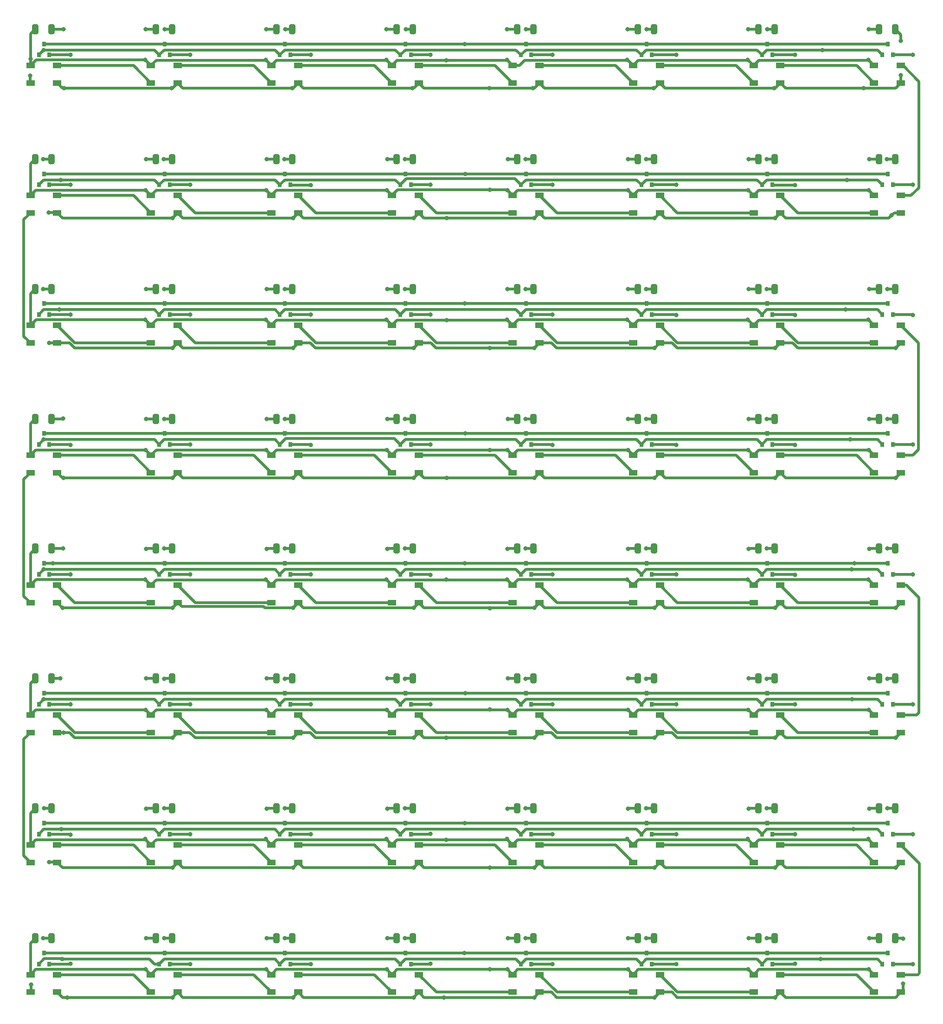
<source format=gbr>
%TF.GenerationSoftware,KiCad,Pcbnew,(6.0.7-1)-1*%
%TF.CreationDate,2022-12-02T15:51:38+01:00*%
%TF.ProjectId,8x8,3878382e-6b69-4636-9164-5f7063625858,rev?*%
%TF.SameCoordinates,Original*%
%TF.FileFunction,Copper,L1,Top*%
%TF.FilePolarity,Positive*%
%FSLAX46Y46*%
G04 Gerber Fmt 4.6, Leading zero omitted, Abs format (unit mm)*
G04 Created by KiCad (PCBNEW (6.0.7-1)-1) date 2022-12-02 15:51:38*
%MOMM*%
%LPD*%
G01*
G04 APERTURE LIST*
G04 Aperture macros list*
%AMRoundRect*
0 Rectangle with rounded corners*
0 $1 Rounding radius*
0 $2 $3 $4 $5 $6 $7 $8 $9 X,Y pos of 4 corners*
0 Add a 4 corners polygon primitive as box body*
4,1,4,$2,$3,$4,$5,$6,$7,$8,$9,$2,$3,0*
0 Add four circle primitives for the rounded corners*
1,1,$1+$1,$2,$3*
1,1,$1+$1,$4,$5*
1,1,$1+$1,$6,$7*
1,1,$1+$1,$8,$9*
0 Add four rect primitives between the rounded corners*
20,1,$1+$1,$2,$3,$4,$5,0*
20,1,$1+$1,$4,$5,$6,$7,0*
20,1,$1+$1,$6,$7,$8,$9,0*
20,1,$1+$1,$8,$9,$2,$3,0*%
G04 Aperture macros list end*
%TA.AperFunction,SMDPad,CuDef*%
%ADD10R,1.500000X1.000000*%
%TD*%
%TA.AperFunction,SMDPad,CuDef*%
%ADD11R,0.800000X0.900000*%
%TD*%
%TA.AperFunction,SMDPad,CuDef*%
%ADD12RoundRect,0.250000X0.325000X0.650000X-0.325000X0.650000X-0.325000X-0.650000X0.325000X-0.650000X0*%
%TD*%
%TA.AperFunction,SMDPad,CuDef*%
%ADD13RoundRect,0.250000X-0.325000X-0.650000X0.325000X-0.650000X0.325000X0.650000X-0.325000X0.650000X0*%
%TD*%
%TA.AperFunction,ViaPad*%
%ADD14C,0.800000*%
%TD*%
%TA.AperFunction,Conductor*%
%ADD15C,0.500000*%
%TD*%
G04 APERTURE END LIST*
D10*
%TO.P,D1,1,VSS*%
%TO.N,GND*%
X25526201Y-44296401D03*
%TO.P,D1,2,DIN*%
%TO.N,LedIn*%
X25526201Y-47496401D03*
%TO.P,D1,3,VDD*%
%TO.N,P*%
X30426201Y-47496401D03*
%TO.P,D1,4,DOUT*%
%TO.N,Net-(D1-Pad4)*%
X30426201Y-44296401D03*
%TD*%
%TO.P,D2,1,VSS*%
%TO.N,GND*%
X47526201Y-44296401D03*
%TO.P,D2,2,DIN*%
%TO.N,Net-(D1-Pad4)*%
X47526201Y-47496401D03*
%TO.P,D2,3,VDD*%
%TO.N,P*%
X52426201Y-47496401D03*
%TO.P,D2,4,DOUT*%
%TO.N,Net-(D2-Pad4)*%
X52426201Y-44296401D03*
%TD*%
%TO.P,D3,1,VSS*%
%TO.N,GND*%
X69526201Y-44296401D03*
%TO.P,D3,2,DIN*%
%TO.N,Net-(D2-Pad4)*%
X69526201Y-47496401D03*
%TO.P,D3,3,VDD*%
%TO.N,P*%
X74426201Y-47496401D03*
%TO.P,D3,4,DOUT*%
%TO.N,Net-(D3-Pad4)*%
X74426201Y-44296401D03*
%TD*%
%TO.P,D4,1,VSS*%
%TO.N,GND*%
X91526201Y-44296401D03*
%TO.P,D4,2,DIN*%
%TO.N,Net-(D3-Pad4)*%
X91526201Y-47496401D03*
%TO.P,D4,3,VDD*%
%TO.N,P*%
X96426201Y-47496401D03*
%TO.P,D4,4,DOUT*%
%TO.N,Net-(D4-Pad4)*%
X96426201Y-44296401D03*
%TD*%
%TO.P,D5,1,VSS*%
%TO.N,GND*%
X113526201Y-44296401D03*
%TO.P,D5,2,DIN*%
%TO.N,Net-(D4-Pad4)*%
X113526201Y-47496401D03*
%TO.P,D5,3,VDD*%
%TO.N,P*%
X118426201Y-47496401D03*
%TO.P,D5,4,DOUT*%
%TO.N,Net-(D5-Pad4)*%
X118426201Y-44296401D03*
%TD*%
%TO.P,D6,1,VSS*%
%TO.N,GND*%
X135526201Y-44296401D03*
%TO.P,D6,2,DIN*%
%TO.N,Net-(D5-Pad4)*%
X135526201Y-47496401D03*
%TO.P,D6,3,VDD*%
%TO.N,P*%
X140426201Y-47496401D03*
%TO.P,D6,4,DOUT*%
%TO.N,Net-(D6-Pad4)*%
X140426201Y-44296401D03*
%TD*%
%TO.P,D7,1,VSS*%
%TO.N,GND*%
X157526201Y-44296401D03*
%TO.P,D7,2,DIN*%
%TO.N,Net-(D6-Pad4)*%
X157526201Y-47496401D03*
%TO.P,D7,3,VDD*%
%TO.N,P*%
X162426201Y-47496401D03*
%TO.P,D7,4,DOUT*%
%TO.N,Net-(D7-Pad4)*%
X162426201Y-44296401D03*
%TD*%
%TO.P,D8,1,VSS*%
%TO.N,GND*%
X179526201Y-44296401D03*
%TO.P,D8,2,DIN*%
%TO.N,Net-(D7-Pad4)*%
X179526201Y-47496401D03*
%TO.P,D8,3,VDD*%
%TO.N,P*%
X184426201Y-47496401D03*
%TO.P,D8,4,DOUT*%
%TO.N,Net-(D16-Pad2)*%
X184426201Y-44296401D03*
%TD*%
%TO.P,D9,1,VSS*%
%TO.N,GND*%
X30426201Y-71196401D03*
%TO.P,D9,2,DIN*%
%TO.N,Net-(D10-Pad4)*%
X30426201Y-67996401D03*
%TO.P,D9,3,VDD*%
%TO.N,P*%
X25526201Y-67996401D03*
%TO.P,D9,4,DOUT*%
%TO.N,Net-(D17-Pad2)*%
X25526201Y-71196401D03*
%TD*%
%TO.P,D10,1,VSS*%
%TO.N,GND*%
X52426201Y-71196401D03*
%TO.P,D10,2,DIN*%
%TO.N,Net-(D10-Pad2)*%
X52426201Y-67996401D03*
%TO.P,D10,3,VDD*%
%TO.N,P*%
X47526201Y-67996401D03*
%TO.P,D10,4,DOUT*%
%TO.N,Net-(D10-Pad4)*%
X47526201Y-71196401D03*
%TD*%
%TO.P,D11,1,VSS*%
%TO.N,GND*%
X74426201Y-71196401D03*
%TO.P,D11,2,DIN*%
%TO.N,Net-(D11-Pad2)*%
X74426201Y-67996401D03*
%TO.P,D11,3,VDD*%
%TO.N,P*%
X69526201Y-67996401D03*
%TO.P,D11,4,DOUT*%
%TO.N,Net-(D10-Pad2)*%
X69526201Y-71196401D03*
%TD*%
%TO.P,D12,1,VSS*%
%TO.N,GND*%
X96426201Y-71196401D03*
%TO.P,D12,2,DIN*%
%TO.N,Net-(D12-Pad2)*%
X96426201Y-67996401D03*
%TO.P,D12,3,VDD*%
%TO.N,P*%
X91526201Y-67996401D03*
%TO.P,D12,4,DOUT*%
%TO.N,Net-(D11-Pad2)*%
X91526201Y-71196401D03*
%TD*%
%TO.P,D13,1,VSS*%
%TO.N,GND*%
X118426201Y-71196401D03*
%TO.P,D13,2,DIN*%
%TO.N,Net-(D13-Pad2)*%
X118426201Y-67996401D03*
%TO.P,D13,3,VDD*%
%TO.N,P*%
X113526201Y-67996401D03*
%TO.P,D13,4,DOUT*%
%TO.N,Net-(D12-Pad2)*%
X113526201Y-71196401D03*
%TD*%
%TO.P,D14,1,VSS*%
%TO.N,GND*%
X140426201Y-71196401D03*
%TO.P,D14,2,DIN*%
%TO.N,Net-(D14-Pad2)*%
X140426201Y-67996401D03*
%TO.P,D14,3,VDD*%
%TO.N,P*%
X135526201Y-67996401D03*
%TO.P,D14,4,DOUT*%
%TO.N,Net-(D13-Pad2)*%
X135526201Y-71196401D03*
%TD*%
%TO.P,D15,1,VSS*%
%TO.N,GND*%
X162426201Y-71196401D03*
%TO.P,D15,2,DIN*%
%TO.N,Net-(D15-Pad2)*%
X162426201Y-67996401D03*
%TO.P,D15,3,VDD*%
%TO.N,P*%
X157526201Y-67996401D03*
%TO.P,D15,4,DOUT*%
%TO.N,Net-(D14-Pad2)*%
X157526201Y-71196401D03*
%TD*%
%TO.P,D16,1,VSS*%
%TO.N,GND*%
X184426201Y-71196401D03*
%TO.P,D16,2,DIN*%
%TO.N,Net-(D16-Pad2)*%
X184426201Y-67996401D03*
%TO.P,D16,3,VDD*%
%TO.N,P*%
X179526201Y-67996401D03*
%TO.P,D16,4,DOUT*%
%TO.N,Net-(D15-Pad2)*%
X179526201Y-71196401D03*
%TD*%
%TO.P,D17,1,VSS*%
%TO.N,GND*%
X25526201Y-91696401D03*
%TO.P,D17,2,DIN*%
%TO.N,Net-(D17-Pad2)*%
X25526201Y-94896401D03*
%TO.P,D17,3,VDD*%
%TO.N,P*%
X30426201Y-94896401D03*
%TO.P,D17,4,DOUT*%
%TO.N,Net-(D17-Pad4)*%
X30426201Y-91696401D03*
%TD*%
%TO.P,D18,1,VSS*%
%TO.N,GND*%
X47526201Y-91696401D03*
%TO.P,D18,2,DIN*%
%TO.N,Net-(D17-Pad4)*%
X47526201Y-94896401D03*
%TO.P,D18,3,VDD*%
%TO.N,P*%
X52426201Y-94896401D03*
%TO.P,D18,4,DOUT*%
%TO.N,Net-(D18-Pad4)*%
X52426201Y-91696401D03*
%TD*%
%TO.P,D19,1,VSS*%
%TO.N,GND*%
X69526201Y-91696401D03*
%TO.P,D19,2,DIN*%
%TO.N,Net-(D18-Pad4)*%
X69526201Y-94896401D03*
%TO.P,D19,3,VDD*%
%TO.N,P*%
X74426201Y-94896401D03*
%TO.P,D19,4,DOUT*%
%TO.N,Net-(D19-Pad4)*%
X74426201Y-91696401D03*
%TD*%
%TO.P,D20,1,VSS*%
%TO.N,GND*%
X91526201Y-91696401D03*
%TO.P,D20,2,DIN*%
%TO.N,Net-(D19-Pad4)*%
X91526201Y-94896401D03*
%TO.P,D20,3,VDD*%
%TO.N,P*%
X96426201Y-94896401D03*
%TO.P,D20,4,DOUT*%
%TO.N,Net-(D20-Pad4)*%
X96426201Y-91696401D03*
%TD*%
%TO.P,D21,1,VSS*%
%TO.N,GND*%
X113526201Y-91696401D03*
%TO.P,D21,2,DIN*%
%TO.N,Net-(D20-Pad4)*%
X113526201Y-94896401D03*
%TO.P,D21,3,VDD*%
%TO.N,P*%
X118426201Y-94896401D03*
%TO.P,D21,4,DOUT*%
%TO.N,Net-(D21-Pad4)*%
X118426201Y-91696401D03*
%TD*%
%TO.P,D22,1,VSS*%
%TO.N,GND*%
X135526201Y-91696401D03*
%TO.P,D22,2,DIN*%
%TO.N,Net-(D21-Pad4)*%
X135526201Y-94896401D03*
%TO.P,D22,3,VDD*%
%TO.N,P*%
X140426201Y-94896401D03*
%TO.P,D22,4,DOUT*%
%TO.N,Net-(D22-Pad4)*%
X140426201Y-91696401D03*
%TD*%
%TO.P,D23,1,VSS*%
%TO.N,GND*%
X157526201Y-91696401D03*
%TO.P,D23,2,DIN*%
%TO.N,Net-(D22-Pad4)*%
X157526201Y-94896401D03*
%TO.P,D23,3,VDD*%
%TO.N,P*%
X162426201Y-94896401D03*
%TO.P,D23,4,DOUT*%
%TO.N,Net-(D23-Pad4)*%
X162426201Y-91696401D03*
%TD*%
%TO.P,D24,1,VSS*%
%TO.N,GND*%
X179526201Y-91696401D03*
%TO.P,D24,2,DIN*%
%TO.N,Net-(D23-Pad4)*%
X179526201Y-94896401D03*
%TO.P,D24,3,VDD*%
%TO.N,P*%
X184426201Y-94896401D03*
%TO.P,D24,4,DOUT*%
%TO.N,Net-(D24-Pad4)*%
X184426201Y-91696401D03*
%TD*%
%TO.P,D25,1,VSS*%
%TO.N,GND*%
X30426201Y-118596401D03*
%TO.P,D25,2,DIN*%
%TO.N,Net-(D25-Pad2)*%
X30426201Y-115396401D03*
%TO.P,D25,3,VDD*%
%TO.N,P*%
X25526201Y-115396401D03*
%TO.P,D25,4,DOUT*%
%TO.N,Net-(D25-Pad4)*%
X25526201Y-118596401D03*
%TD*%
%TO.P,D26,1,VSS*%
%TO.N,GND*%
X52426201Y-118596401D03*
%TO.P,D26,2,DIN*%
%TO.N,Net-(D26-Pad2)*%
X52426201Y-115396401D03*
%TO.P,D26,3,VDD*%
%TO.N,P*%
X47526201Y-115396401D03*
%TO.P,D26,4,DOUT*%
%TO.N,Net-(D25-Pad2)*%
X47526201Y-118596401D03*
%TD*%
%TO.P,D27,1,VSS*%
%TO.N,GND*%
X74426201Y-118596401D03*
%TO.P,D27,2,DIN*%
%TO.N,Net-(D27-Pad2)*%
X74426201Y-115396401D03*
%TO.P,D27,3,VDD*%
%TO.N,P*%
X69526201Y-115396401D03*
%TO.P,D27,4,DOUT*%
%TO.N,Net-(D26-Pad2)*%
X69526201Y-118596401D03*
%TD*%
%TO.P,D28,1,VSS*%
%TO.N,GND*%
X96426201Y-118596401D03*
%TO.P,D28,2,DIN*%
%TO.N,Net-(D28-Pad2)*%
X96426201Y-115396401D03*
%TO.P,D28,3,VDD*%
%TO.N,P*%
X91526201Y-115396401D03*
%TO.P,D28,4,DOUT*%
%TO.N,Net-(D27-Pad2)*%
X91526201Y-118596401D03*
%TD*%
%TO.P,D29,1,VSS*%
%TO.N,GND*%
X118426201Y-118596401D03*
%TO.P,D29,2,DIN*%
%TO.N,Net-(D29-Pad2)*%
X118426201Y-115396401D03*
%TO.P,D29,3,VDD*%
%TO.N,P*%
X113526201Y-115396401D03*
%TO.P,D29,4,DOUT*%
%TO.N,Net-(D28-Pad2)*%
X113526201Y-118596401D03*
%TD*%
%TO.P,D30,1,VSS*%
%TO.N,GND*%
X140426201Y-118596401D03*
%TO.P,D30,2,DIN*%
%TO.N,Net-(D30-Pad2)*%
X140426201Y-115396401D03*
%TO.P,D30,3,VDD*%
%TO.N,P*%
X135526201Y-115396401D03*
%TO.P,D30,4,DOUT*%
%TO.N,Net-(D29-Pad2)*%
X135526201Y-118596401D03*
%TD*%
%TO.P,D31,1,VSS*%
%TO.N,GND*%
X162426201Y-118596401D03*
%TO.P,D31,2,DIN*%
%TO.N,Net-(D31-Pad2)*%
X162426201Y-115396401D03*
%TO.P,D31,3,VDD*%
%TO.N,P*%
X157526201Y-115396401D03*
%TO.P,D31,4,DOUT*%
%TO.N,Net-(D30-Pad2)*%
X157526201Y-118596401D03*
%TD*%
%TO.P,D32,1,VSS*%
%TO.N,GND*%
X184426201Y-118596401D03*
%TO.P,D32,2,DIN*%
%TO.N,Net-(D24-Pad4)*%
X184426201Y-115396401D03*
%TO.P,D32,3,VDD*%
%TO.N,P*%
X179526201Y-115396401D03*
%TO.P,D32,4,DOUT*%
%TO.N,Net-(D31-Pad2)*%
X179526201Y-118596401D03*
%TD*%
%TO.P,D33,1,VSS*%
%TO.N,GND*%
X25526201Y-139096401D03*
%TO.P,D33,2,DIN*%
%TO.N,Net-(D25-Pad4)*%
X25526201Y-142296401D03*
%TO.P,D33,3,VDD*%
%TO.N,P*%
X30426201Y-142296401D03*
%TO.P,D33,4,DOUT*%
%TO.N,Net-(D33-Pad4)*%
X30426201Y-139096401D03*
%TD*%
%TO.P,D34,1,VSS*%
%TO.N,GND*%
X47526201Y-139096401D03*
%TO.P,D34,2,DIN*%
%TO.N,Net-(D33-Pad4)*%
X47526201Y-142296401D03*
%TO.P,D34,3,VDD*%
%TO.N,P*%
X52426201Y-142296401D03*
%TO.P,D34,4,DOUT*%
%TO.N,Net-(D34-Pad4)*%
X52426201Y-139096401D03*
%TD*%
%TO.P,D35,1,VSS*%
%TO.N,GND*%
X69526201Y-139096401D03*
%TO.P,D35,2,DIN*%
%TO.N,Net-(D34-Pad4)*%
X69526201Y-142296401D03*
%TO.P,D35,3,VDD*%
%TO.N,P*%
X74426201Y-142296401D03*
%TO.P,D35,4,DOUT*%
%TO.N,Net-(D35-Pad4)*%
X74426201Y-139096401D03*
%TD*%
%TO.P,D36,1,VSS*%
%TO.N,GND*%
X91526201Y-139096401D03*
%TO.P,D36,2,DIN*%
%TO.N,Net-(D35-Pad4)*%
X91526201Y-142296401D03*
%TO.P,D36,3,VDD*%
%TO.N,P*%
X96426201Y-142296401D03*
%TO.P,D36,4,DOUT*%
%TO.N,Net-(D36-Pad4)*%
X96426201Y-139096401D03*
%TD*%
%TO.P,D37,1,VSS*%
%TO.N,GND*%
X113526201Y-139096401D03*
%TO.P,D37,2,DIN*%
%TO.N,Net-(D36-Pad4)*%
X113526201Y-142296401D03*
%TO.P,D37,3,VDD*%
%TO.N,P*%
X118426201Y-142296401D03*
%TO.P,D37,4,DOUT*%
%TO.N,Net-(D37-Pad4)*%
X118426201Y-139096401D03*
%TD*%
%TO.P,D38,1,VSS*%
%TO.N,GND*%
X135526201Y-139096401D03*
%TO.P,D38,2,DIN*%
%TO.N,Net-(D37-Pad4)*%
X135526201Y-142296401D03*
%TO.P,D38,3,VDD*%
%TO.N,P*%
X140426201Y-142296401D03*
%TO.P,D38,4,DOUT*%
%TO.N,Net-(D38-Pad4)*%
X140426201Y-139096401D03*
%TD*%
%TO.P,D39,1,VSS*%
%TO.N,GND*%
X157526201Y-139096401D03*
%TO.P,D39,2,DIN*%
%TO.N,Net-(D38-Pad4)*%
X157526201Y-142296401D03*
%TO.P,D39,3,VDD*%
%TO.N,P*%
X162426201Y-142296401D03*
%TO.P,D39,4,DOUT*%
%TO.N,Net-(D39-Pad4)*%
X162426201Y-139096401D03*
%TD*%
%TO.P,D40,1,VSS*%
%TO.N,GND*%
X179526201Y-139096401D03*
%TO.P,D40,2,DIN*%
%TO.N,Net-(D39-Pad4)*%
X179526201Y-142296401D03*
%TO.P,D40,3,VDD*%
%TO.N,P*%
X184426201Y-142296401D03*
%TO.P,D40,4,DOUT*%
%TO.N,Net-(D40-Pad4)*%
X184426201Y-139096401D03*
%TD*%
%TO.P,D41,1,VSS*%
%TO.N,GND*%
X30426201Y-165996401D03*
%TO.P,D41,2,DIN*%
%TO.N,Net-(D41-Pad2)*%
X30426201Y-162796401D03*
%TO.P,D41,3,VDD*%
%TO.N,P*%
X25526201Y-162796401D03*
%TO.P,D41,4,DOUT*%
%TO.N,Net-(D41-Pad4)*%
X25526201Y-165996401D03*
%TD*%
%TO.P,D42,1,VSS*%
%TO.N,GND*%
X52426201Y-165996401D03*
%TO.P,D42,2,DIN*%
%TO.N,Net-(D42-Pad2)*%
X52426201Y-162796401D03*
%TO.P,D42,3,VDD*%
%TO.N,P*%
X47526201Y-162796401D03*
%TO.P,D42,4,DOUT*%
%TO.N,Net-(D41-Pad2)*%
X47526201Y-165996401D03*
%TD*%
%TO.P,D43,1,VSS*%
%TO.N,GND*%
X74426201Y-165996401D03*
%TO.P,D43,2,DIN*%
%TO.N,Net-(D43-Pad2)*%
X74426201Y-162796401D03*
%TO.P,D43,3,VDD*%
%TO.N,P*%
X69526201Y-162796401D03*
%TO.P,D43,4,DOUT*%
%TO.N,Net-(D42-Pad2)*%
X69526201Y-165996401D03*
%TD*%
%TO.P,D44,1,VSS*%
%TO.N,GND*%
X96426201Y-165996401D03*
%TO.P,D44,2,DIN*%
%TO.N,Net-(D44-Pad2)*%
X96426201Y-162796401D03*
%TO.P,D44,3,VDD*%
%TO.N,P*%
X91526201Y-162796401D03*
%TO.P,D44,4,DOUT*%
%TO.N,Net-(D43-Pad2)*%
X91526201Y-165996401D03*
%TD*%
%TO.P,D45,1,VSS*%
%TO.N,GND*%
X118426201Y-165996401D03*
%TO.P,D45,2,DIN*%
%TO.N,Net-(D45-Pad2)*%
X118426201Y-162796401D03*
%TO.P,D45,3,VDD*%
%TO.N,P*%
X113526201Y-162796401D03*
%TO.P,D45,4,DOUT*%
%TO.N,Net-(D44-Pad2)*%
X113526201Y-165996401D03*
%TD*%
%TO.P,D46,1,VSS*%
%TO.N,GND*%
X140426201Y-165996401D03*
%TO.P,D46,2,DIN*%
%TO.N,Net-(D46-Pad2)*%
X140426201Y-162796401D03*
%TO.P,D46,3,VDD*%
%TO.N,P*%
X135526201Y-162796401D03*
%TO.P,D46,4,DOUT*%
%TO.N,Net-(D45-Pad2)*%
X135526201Y-165996401D03*
%TD*%
%TO.P,D47,1,VSS*%
%TO.N,GND*%
X162426201Y-165996401D03*
%TO.P,D47,2,DIN*%
%TO.N,Net-(D47-Pad2)*%
X162426201Y-162796401D03*
%TO.P,D47,3,VDD*%
%TO.N,P*%
X157526201Y-162796401D03*
%TO.P,D47,4,DOUT*%
%TO.N,Net-(D46-Pad2)*%
X157526201Y-165996401D03*
%TD*%
%TO.P,D48,1,VSS*%
%TO.N,GND*%
X184426201Y-165996401D03*
%TO.P,D48,2,DIN*%
%TO.N,Net-(D40-Pad4)*%
X184426201Y-162796401D03*
%TO.P,D48,3,VDD*%
%TO.N,P*%
X179526201Y-162796401D03*
%TO.P,D48,4,DOUT*%
%TO.N,Net-(D47-Pad2)*%
X179526201Y-165996401D03*
%TD*%
%TO.P,D49,1,VSS*%
%TO.N,GND*%
X25526201Y-186496401D03*
%TO.P,D49,2,DIN*%
%TO.N,Net-(D41-Pad4)*%
X25526201Y-189696401D03*
%TO.P,D49,3,VDD*%
%TO.N,P*%
X30426201Y-189696401D03*
%TO.P,D49,4,DOUT*%
%TO.N,Net-(D49-Pad4)*%
X30426201Y-186496401D03*
%TD*%
%TO.P,D50,1,VSS*%
%TO.N,GND*%
X47526201Y-186496401D03*
%TO.P,D50,2,DIN*%
%TO.N,Net-(D49-Pad4)*%
X47526201Y-189696401D03*
%TO.P,D50,3,VDD*%
%TO.N,P*%
X52426201Y-189696401D03*
%TO.P,D50,4,DOUT*%
%TO.N,Net-(D50-Pad4)*%
X52426201Y-186496401D03*
%TD*%
%TO.P,D51,1,VSS*%
%TO.N,GND*%
X69526201Y-186496401D03*
%TO.P,D51,2,DIN*%
%TO.N,Net-(D50-Pad4)*%
X69526201Y-189696401D03*
%TO.P,D51,3,VDD*%
%TO.N,P*%
X74426201Y-189696401D03*
%TO.P,D51,4,DOUT*%
%TO.N,Net-(D51-Pad4)*%
X74426201Y-186496401D03*
%TD*%
%TO.P,D52,1,VSS*%
%TO.N,GND*%
X91526201Y-186496401D03*
%TO.P,D52,2,DIN*%
%TO.N,Net-(D51-Pad4)*%
X91526201Y-189696401D03*
%TO.P,D52,3,VDD*%
%TO.N,P*%
X96426201Y-189696401D03*
%TO.P,D52,4,DOUT*%
%TO.N,Net-(D52-Pad4)*%
X96426201Y-186496401D03*
%TD*%
%TO.P,D53,1,VSS*%
%TO.N,GND*%
X113526201Y-186496401D03*
%TO.P,D53,2,DIN*%
%TO.N,Net-(D52-Pad4)*%
X113526201Y-189696401D03*
%TO.P,D53,3,VDD*%
%TO.N,P*%
X118426201Y-189696401D03*
%TO.P,D53,4,DOUT*%
%TO.N,Net-(D53-Pad4)*%
X118426201Y-186496401D03*
%TD*%
%TO.P,D54,1,VSS*%
%TO.N,GND*%
X135526201Y-186496401D03*
%TO.P,D54,2,DIN*%
%TO.N,Net-(D53-Pad4)*%
X135526201Y-189696401D03*
%TO.P,D54,3,VDD*%
%TO.N,P*%
X140426201Y-189696401D03*
%TO.P,D54,4,DOUT*%
%TO.N,Net-(D54-Pad4)*%
X140426201Y-186496401D03*
%TD*%
%TO.P,D55,1,VSS*%
%TO.N,GND*%
X157526201Y-186496401D03*
%TO.P,D55,2,DIN*%
%TO.N,Net-(D54-Pad4)*%
X157526201Y-189696401D03*
%TO.P,D55,3,VDD*%
%TO.N,P*%
X162426201Y-189696401D03*
%TO.P,D55,4,DOUT*%
%TO.N,Net-(D55-Pad4)*%
X162426201Y-186496401D03*
%TD*%
%TO.P,D56,1,VSS*%
%TO.N,GND*%
X179526201Y-186496401D03*
%TO.P,D56,2,DIN*%
%TO.N,Net-(D55-Pad4)*%
X179526201Y-189696401D03*
%TO.P,D56,3,VDD*%
%TO.N,P*%
X184426201Y-189696401D03*
%TO.P,D56,4,DOUT*%
%TO.N,Net-(D56-Pad4)*%
X184426201Y-186496401D03*
%TD*%
%TO.P,D57,1,VSS*%
%TO.N,GND*%
X30426201Y-213396401D03*
%TO.P,D57,2,DIN*%
%TO.N,Net-(D57-Pad2)*%
X30426201Y-210196401D03*
%TO.P,D57,3,VDD*%
%TO.N,P*%
X25526201Y-210196401D03*
%TO.P,D57,4,DOUT*%
%TO.N,LedOut*%
X25526201Y-213396401D03*
%TD*%
%TO.P,D58,1,VSS*%
%TO.N,GND*%
X52426201Y-213396401D03*
%TO.P,D58,2,DIN*%
%TO.N,Net-(D58-Pad2)*%
X52426201Y-210196401D03*
%TO.P,D58,3,VDD*%
%TO.N,P*%
X47526201Y-210196401D03*
%TO.P,D58,4,DOUT*%
%TO.N,Net-(D57-Pad2)*%
X47526201Y-213396401D03*
%TD*%
%TO.P,D59,1,VSS*%
%TO.N,GND*%
X74426201Y-213396401D03*
%TO.P,D59,2,DIN*%
%TO.N,Net-(D59-Pad2)*%
X74426201Y-210196401D03*
%TO.P,D59,3,VDD*%
%TO.N,P*%
X69526201Y-210196401D03*
%TO.P,D59,4,DOUT*%
%TO.N,Net-(D58-Pad2)*%
X69526201Y-213396401D03*
%TD*%
%TO.P,D60,1,VSS*%
%TO.N,GND*%
X96426201Y-213396401D03*
%TO.P,D60,2,DIN*%
%TO.N,Net-(D60-Pad2)*%
X96426201Y-210196401D03*
%TO.P,D60,3,VDD*%
%TO.N,P*%
X91526201Y-210196401D03*
%TO.P,D60,4,DOUT*%
%TO.N,Net-(D59-Pad2)*%
X91526201Y-213396401D03*
%TD*%
%TO.P,D61,1,VSS*%
%TO.N,GND*%
X118426201Y-213396401D03*
%TO.P,D61,2,DIN*%
%TO.N,Net-(D61-Pad2)*%
X118426201Y-210196401D03*
%TO.P,D61,3,VDD*%
%TO.N,P*%
X113526201Y-210196401D03*
%TO.P,D61,4,DOUT*%
%TO.N,Net-(D60-Pad2)*%
X113526201Y-213396401D03*
%TD*%
%TO.P,D62,1,VSS*%
%TO.N,GND*%
X140426201Y-213396401D03*
%TO.P,D62,2,DIN*%
%TO.N,Net-(D62-Pad2)*%
X140426201Y-210196401D03*
%TO.P,D62,3,VDD*%
%TO.N,P*%
X135526201Y-210196401D03*
%TO.P,D62,4,DOUT*%
%TO.N,Net-(D61-Pad2)*%
X135526201Y-213396401D03*
%TD*%
%TO.P,D63,1,VSS*%
%TO.N,GND*%
X162426201Y-213396401D03*
%TO.P,D63,2,DIN*%
%TO.N,Net-(D63-Pad2)*%
X162426201Y-210196401D03*
%TO.P,D63,3,VDD*%
%TO.N,P*%
X157526201Y-210196401D03*
%TO.P,D63,4,DOUT*%
%TO.N,Net-(D62-Pad2)*%
X157526201Y-213396401D03*
%TD*%
%TO.P,D64,1,VSS*%
%TO.N,GND*%
X184426201Y-213396401D03*
%TO.P,D64,2,DIN*%
%TO.N,Net-(D56-Pad4)*%
X184426201Y-210196401D03*
%TO.P,D64,3,VDD*%
%TO.N,P*%
X179526201Y-210196401D03*
%TO.P,D64,4,DOUT*%
%TO.N,Net-(D63-Pad2)*%
X179526201Y-213396401D03*
%TD*%
D11*
%TO.P,U1,1,VCC*%
%TO.N,PQ1*%
X27050000Y-42350000D03*
%TO.P,U1,2,OUT*%
%TO.N,HallOut1*%
X28950000Y-42350000D03*
%TO.P,U1,3,GND*%
%TO.N,AGND*%
X28000000Y-40350000D03*
%TD*%
%TO.P,U2,1,VCC*%
%TO.N,PQ1*%
X49050000Y-42350000D03*
%TO.P,U2,2,OUT*%
%TO.N,HallOut2*%
X50950000Y-42350000D03*
%TO.P,U2,3,GND*%
%TO.N,AGND*%
X50000000Y-40350000D03*
%TD*%
%TO.P,U3,1,VCC*%
%TO.N,PQ1*%
X71050000Y-42350000D03*
%TO.P,U3,2,OUT*%
%TO.N,HallOut3*%
X72950000Y-42350000D03*
%TO.P,U3,3,GND*%
%TO.N,AGND*%
X72000000Y-40350000D03*
%TD*%
%TO.P,U4,1,VCC*%
%TO.N,PQ1*%
X93050000Y-42350000D03*
%TO.P,U4,2,OUT*%
%TO.N,HallOut4*%
X94950000Y-42350000D03*
%TO.P,U4,3,GND*%
%TO.N,AGND*%
X94000000Y-40350000D03*
%TD*%
%TO.P,U5,1,VCC*%
%TO.N,PQ1*%
X115050000Y-42350000D03*
%TO.P,U5,2,OUT*%
%TO.N,HallOut5*%
X116950000Y-42350000D03*
%TO.P,U5,3,GND*%
%TO.N,AGND*%
X116000000Y-40350000D03*
%TD*%
%TO.P,U6,1,VCC*%
%TO.N,PQ1*%
X137050000Y-42350000D03*
%TO.P,U6,2,OUT*%
%TO.N,HallOut6*%
X138950000Y-42350000D03*
%TO.P,U6,3,GND*%
%TO.N,AGND*%
X138000000Y-40350000D03*
%TD*%
%TO.P,U7,1,VCC*%
%TO.N,PQ1*%
X159050000Y-42350000D03*
%TO.P,U7,2,OUT*%
%TO.N,HallOut7*%
X160950000Y-42350000D03*
%TO.P,U7,3,GND*%
%TO.N,AGND*%
X160000000Y-40350000D03*
%TD*%
%TO.P,U8,1,VCC*%
%TO.N,PQ1*%
X181050000Y-42350000D03*
%TO.P,U8,2,OUT*%
%TO.N,HallOut8*%
X182950000Y-42350000D03*
%TO.P,U8,3,GND*%
%TO.N,AGND*%
X182000000Y-40350000D03*
%TD*%
%TO.P,U9,1,VCC*%
%TO.N,PQ2*%
X27050000Y-66050000D03*
%TO.P,U9,2,OUT*%
%TO.N,HallOut1*%
X28950000Y-66050000D03*
%TO.P,U9,3,GND*%
%TO.N,AGND*%
X28000000Y-64050000D03*
%TD*%
%TO.P,U10,1,VCC*%
%TO.N,PQ2*%
X49050000Y-66050000D03*
%TO.P,U10,2,OUT*%
%TO.N,HallOut2*%
X50950000Y-66050000D03*
%TO.P,U10,3,GND*%
%TO.N,AGND*%
X50000000Y-64050000D03*
%TD*%
%TO.P,U11,1,VCC*%
%TO.N,PQ2*%
X71050000Y-66050000D03*
%TO.P,U11,2,OUT*%
%TO.N,HallOut3*%
X72950000Y-66050000D03*
%TO.P,U11,3,GND*%
%TO.N,AGND*%
X72000000Y-64050000D03*
%TD*%
%TO.P,U12,1,VCC*%
%TO.N,PQ2*%
X93050000Y-66050000D03*
%TO.P,U12,2,OUT*%
%TO.N,HallOut4*%
X94950000Y-66050000D03*
%TO.P,U12,3,GND*%
%TO.N,AGND*%
X94000000Y-64050000D03*
%TD*%
%TO.P,U13,1,VCC*%
%TO.N,PQ2*%
X115050000Y-66050000D03*
%TO.P,U13,2,OUT*%
%TO.N,HallOut5*%
X116950000Y-66050000D03*
%TO.P,U13,3,GND*%
%TO.N,AGND*%
X116000000Y-64050000D03*
%TD*%
%TO.P,U14,1,VCC*%
%TO.N,PQ2*%
X137050000Y-66050000D03*
%TO.P,U14,2,OUT*%
%TO.N,HallOut6*%
X138950000Y-66050000D03*
%TO.P,U14,3,GND*%
%TO.N,AGND*%
X138000000Y-64050000D03*
%TD*%
%TO.P,U15,1,VCC*%
%TO.N,PQ2*%
X159050000Y-66050000D03*
%TO.P,U15,2,OUT*%
%TO.N,HallOut7*%
X160950000Y-66050000D03*
%TO.P,U15,3,GND*%
%TO.N,AGND*%
X160000000Y-64050000D03*
%TD*%
%TO.P,U16,1,VCC*%
%TO.N,PQ2*%
X181050000Y-66050000D03*
%TO.P,U16,2,OUT*%
%TO.N,HallOut8*%
X182950000Y-66050000D03*
%TO.P,U16,3,GND*%
%TO.N,AGND*%
X182000000Y-64050000D03*
%TD*%
%TO.P,U17,1,VCC*%
%TO.N,PQ3*%
X27050000Y-89750000D03*
%TO.P,U17,2,OUT*%
%TO.N,HallOut1*%
X28950000Y-89750000D03*
%TO.P,U17,3,GND*%
%TO.N,AGND*%
X28000000Y-87750000D03*
%TD*%
%TO.P,U18,1,VCC*%
%TO.N,PQ3*%
X49050000Y-89750000D03*
%TO.P,U18,2,OUT*%
%TO.N,HallOut2*%
X50950000Y-89750000D03*
%TO.P,U18,3,GND*%
%TO.N,AGND*%
X50000000Y-87750000D03*
%TD*%
%TO.P,U19,1,VCC*%
%TO.N,PQ3*%
X71050000Y-89750000D03*
%TO.P,U19,2,OUT*%
%TO.N,HallOut3*%
X72950000Y-89750000D03*
%TO.P,U19,3,GND*%
%TO.N,AGND*%
X72000000Y-87750000D03*
%TD*%
%TO.P,U20,1,VCC*%
%TO.N,PQ3*%
X93050000Y-89750000D03*
%TO.P,U20,2,OUT*%
%TO.N,HallOut4*%
X94950000Y-89750000D03*
%TO.P,U20,3,GND*%
%TO.N,AGND*%
X94000000Y-87750000D03*
%TD*%
%TO.P,U21,1,VCC*%
%TO.N,PQ3*%
X115050000Y-89750000D03*
%TO.P,U21,2,OUT*%
%TO.N,HallOut5*%
X116950000Y-89750000D03*
%TO.P,U21,3,GND*%
%TO.N,AGND*%
X116000000Y-87750000D03*
%TD*%
%TO.P,U22,1,VCC*%
%TO.N,PQ3*%
X137050000Y-89750000D03*
%TO.P,U22,2,OUT*%
%TO.N,HallOut6*%
X138950000Y-89750000D03*
%TO.P,U22,3,GND*%
%TO.N,AGND*%
X138000000Y-87750000D03*
%TD*%
%TO.P,U23,1,VCC*%
%TO.N,PQ3*%
X159050000Y-89750000D03*
%TO.P,U23,2,OUT*%
%TO.N,HallOut7*%
X160950000Y-89750000D03*
%TO.P,U23,3,GND*%
%TO.N,AGND*%
X160000000Y-87750000D03*
%TD*%
%TO.P,U24,1,VCC*%
%TO.N,PQ3*%
X181050000Y-89750000D03*
%TO.P,U24,2,OUT*%
%TO.N,HallOut8*%
X182950000Y-89750000D03*
%TO.P,U24,3,GND*%
%TO.N,AGND*%
X182000000Y-87750000D03*
%TD*%
%TO.P,U25,1,VCC*%
%TO.N,PQ4*%
X27050000Y-113450000D03*
%TO.P,U25,2,OUT*%
%TO.N,HallOut1*%
X28950000Y-113450000D03*
%TO.P,U25,3,GND*%
%TO.N,AGND*%
X28000000Y-111450000D03*
%TD*%
%TO.P,U26,1,VCC*%
%TO.N,PQ4*%
X49050000Y-113450000D03*
%TO.P,U26,2,OUT*%
%TO.N,HallOut2*%
X50950000Y-113450000D03*
%TO.P,U26,3,GND*%
%TO.N,AGND*%
X50000000Y-111450000D03*
%TD*%
%TO.P,U27,1,VCC*%
%TO.N,PQ4*%
X71050000Y-113450000D03*
%TO.P,U27,2,OUT*%
%TO.N,HallOut3*%
X72950000Y-113450000D03*
%TO.P,U27,3,GND*%
%TO.N,AGND*%
X72000000Y-111450000D03*
%TD*%
%TO.P,U28,1,VCC*%
%TO.N,PQ4*%
X93050000Y-113450000D03*
%TO.P,U28,2,OUT*%
%TO.N,HallOut4*%
X94950000Y-113450000D03*
%TO.P,U28,3,GND*%
%TO.N,AGND*%
X94000000Y-111450000D03*
%TD*%
%TO.P,U29,1,VCC*%
%TO.N,PQ4*%
X115050000Y-113450000D03*
%TO.P,U29,2,OUT*%
%TO.N,HallOut5*%
X116950000Y-113450000D03*
%TO.P,U29,3,GND*%
%TO.N,AGND*%
X116000000Y-111450000D03*
%TD*%
%TO.P,U30,1,VCC*%
%TO.N,PQ4*%
X137050000Y-113450000D03*
%TO.P,U30,2,OUT*%
%TO.N,HallOut6*%
X138950000Y-113450000D03*
%TO.P,U30,3,GND*%
%TO.N,AGND*%
X138000000Y-111450000D03*
%TD*%
%TO.P,U31,1,VCC*%
%TO.N,PQ4*%
X159050000Y-113450000D03*
%TO.P,U31,2,OUT*%
%TO.N,HallOut7*%
X160950000Y-113450000D03*
%TO.P,U31,3,GND*%
%TO.N,AGND*%
X160000000Y-111450000D03*
%TD*%
%TO.P,U32,1,VCC*%
%TO.N,PQ4*%
X181050000Y-113450000D03*
%TO.P,U32,2,OUT*%
%TO.N,HallOut8*%
X182950000Y-113450000D03*
%TO.P,U32,3,GND*%
%TO.N,AGND*%
X182000000Y-111450000D03*
%TD*%
%TO.P,U33,1,VCC*%
%TO.N,PQ5*%
X27050000Y-137150000D03*
%TO.P,U33,2,OUT*%
%TO.N,HallOut1*%
X28950000Y-137150000D03*
%TO.P,U33,3,GND*%
%TO.N,AGND*%
X28000000Y-135150000D03*
%TD*%
%TO.P,U34,1,VCC*%
%TO.N,PQ5*%
X49050000Y-137150000D03*
%TO.P,U34,2,OUT*%
%TO.N,HallOut2*%
X50950000Y-137150000D03*
%TO.P,U34,3,GND*%
%TO.N,AGND*%
X50000000Y-135150000D03*
%TD*%
%TO.P,U35,1,VCC*%
%TO.N,PQ5*%
X71050000Y-137150000D03*
%TO.P,U35,2,OUT*%
%TO.N,HallOut3*%
X72950000Y-137150000D03*
%TO.P,U35,3,GND*%
%TO.N,AGND*%
X72000000Y-135150000D03*
%TD*%
%TO.P,U36,1,VCC*%
%TO.N,PQ5*%
X93050000Y-137150000D03*
%TO.P,U36,2,OUT*%
%TO.N,HallOut4*%
X94950000Y-137150000D03*
%TO.P,U36,3,GND*%
%TO.N,AGND*%
X94000000Y-135150000D03*
%TD*%
%TO.P,U37,1,VCC*%
%TO.N,PQ5*%
X115050000Y-137150000D03*
%TO.P,U37,2,OUT*%
%TO.N,HallOut5*%
X116950000Y-137150000D03*
%TO.P,U37,3,GND*%
%TO.N,AGND*%
X116000000Y-135150000D03*
%TD*%
%TO.P,U38,1,VCC*%
%TO.N,PQ5*%
X137050000Y-137150000D03*
%TO.P,U38,2,OUT*%
%TO.N,HallOut6*%
X138950000Y-137150000D03*
%TO.P,U38,3,GND*%
%TO.N,AGND*%
X138000000Y-135150000D03*
%TD*%
%TO.P,U39,1,VCC*%
%TO.N,PQ5*%
X159050000Y-137150000D03*
%TO.P,U39,2,OUT*%
%TO.N,HallOut7*%
X160950000Y-137150000D03*
%TO.P,U39,3,GND*%
%TO.N,AGND*%
X160000000Y-135150000D03*
%TD*%
%TO.P,U40,1,VCC*%
%TO.N,PQ5*%
X181050000Y-137150000D03*
%TO.P,U40,2,OUT*%
%TO.N,HallOut8*%
X182950000Y-137150000D03*
%TO.P,U40,3,GND*%
%TO.N,AGND*%
X182000000Y-135150000D03*
%TD*%
%TO.P,U41,1,VCC*%
%TO.N,PQ6*%
X27050000Y-160850000D03*
%TO.P,U41,2,OUT*%
%TO.N,HallOut1*%
X28950000Y-160850000D03*
%TO.P,U41,3,GND*%
%TO.N,AGND*%
X28000000Y-158850000D03*
%TD*%
%TO.P,U42,1,VCC*%
%TO.N,PQ6*%
X49050000Y-160850000D03*
%TO.P,U42,2,OUT*%
%TO.N,HallOut2*%
X50950000Y-160850000D03*
%TO.P,U42,3,GND*%
%TO.N,AGND*%
X50000000Y-158850000D03*
%TD*%
%TO.P,U43,1,VCC*%
%TO.N,PQ6*%
X71050000Y-160850000D03*
%TO.P,U43,2,OUT*%
%TO.N,HallOut3*%
X72950000Y-160850000D03*
%TO.P,U43,3,GND*%
%TO.N,AGND*%
X72000000Y-158850000D03*
%TD*%
%TO.P,U44,1,VCC*%
%TO.N,PQ6*%
X93050000Y-160850000D03*
%TO.P,U44,2,OUT*%
%TO.N,HallOut4*%
X94950000Y-160850000D03*
%TO.P,U44,3,GND*%
%TO.N,AGND*%
X94000000Y-158850000D03*
%TD*%
%TO.P,U45,1,VCC*%
%TO.N,PQ6*%
X115050000Y-160850000D03*
%TO.P,U45,2,OUT*%
%TO.N,HallOut5*%
X116950000Y-160850000D03*
%TO.P,U45,3,GND*%
%TO.N,AGND*%
X116000000Y-158850000D03*
%TD*%
%TO.P,U46,1,VCC*%
%TO.N,PQ6*%
X137050000Y-160850000D03*
%TO.P,U46,2,OUT*%
%TO.N,HallOut6*%
X138950000Y-160850000D03*
%TO.P,U46,3,GND*%
%TO.N,AGND*%
X138000000Y-158850000D03*
%TD*%
%TO.P,U47,1,VCC*%
%TO.N,PQ6*%
X159050000Y-160850000D03*
%TO.P,U47,2,OUT*%
%TO.N,HallOut7*%
X160950000Y-160850000D03*
%TO.P,U47,3,GND*%
%TO.N,AGND*%
X160000000Y-158850000D03*
%TD*%
%TO.P,U48,1,VCC*%
%TO.N,PQ6*%
X181050000Y-160850000D03*
%TO.P,U48,2,OUT*%
%TO.N,HallOut8*%
X182950000Y-160850000D03*
%TO.P,U48,3,GND*%
%TO.N,AGND*%
X182000000Y-158850000D03*
%TD*%
%TO.P,U49,1,VCC*%
%TO.N,PQ7*%
X27050000Y-184550000D03*
%TO.P,U49,2,OUT*%
%TO.N,HallOut1*%
X28950000Y-184550000D03*
%TO.P,U49,3,GND*%
%TO.N,AGND*%
X28000000Y-182550000D03*
%TD*%
%TO.P,U50,1,VCC*%
%TO.N,PQ7*%
X49050000Y-184550000D03*
%TO.P,U50,2,OUT*%
%TO.N,HallOut2*%
X50950000Y-184550000D03*
%TO.P,U50,3,GND*%
%TO.N,AGND*%
X50000000Y-182550000D03*
%TD*%
%TO.P,U51,1,VCC*%
%TO.N,PQ7*%
X71050000Y-184550000D03*
%TO.P,U51,2,OUT*%
%TO.N,HallOut3*%
X72950000Y-184550000D03*
%TO.P,U51,3,GND*%
%TO.N,AGND*%
X72000000Y-182550000D03*
%TD*%
%TO.P,U52,1,VCC*%
%TO.N,PQ7*%
X93050000Y-184550000D03*
%TO.P,U52,2,OUT*%
%TO.N,HallOut4*%
X94950000Y-184550000D03*
%TO.P,U52,3,GND*%
%TO.N,AGND*%
X94000000Y-182550000D03*
%TD*%
%TO.P,U53,1,VCC*%
%TO.N,PQ7*%
X115050000Y-184550000D03*
%TO.P,U53,2,OUT*%
%TO.N,HallOut5*%
X116950000Y-184550000D03*
%TO.P,U53,3,GND*%
%TO.N,AGND*%
X116000000Y-182550000D03*
%TD*%
%TO.P,U54,1,VCC*%
%TO.N,PQ7*%
X137050000Y-184550000D03*
%TO.P,U54,2,OUT*%
%TO.N,HallOut6*%
X138950000Y-184550000D03*
%TO.P,U54,3,GND*%
%TO.N,AGND*%
X138000000Y-182550000D03*
%TD*%
%TO.P,U55,1,VCC*%
%TO.N,PQ7*%
X159050000Y-184550000D03*
%TO.P,U55,2,OUT*%
%TO.N,HallOut7*%
X160950000Y-184550000D03*
%TO.P,U55,3,GND*%
%TO.N,AGND*%
X160000000Y-182550000D03*
%TD*%
%TO.P,U56,1,VCC*%
%TO.N,PQ7*%
X181050000Y-184550000D03*
%TO.P,U56,2,OUT*%
%TO.N,HallOut8*%
X182950000Y-184550000D03*
%TO.P,U56,3,GND*%
%TO.N,AGND*%
X182000000Y-182550000D03*
%TD*%
%TO.P,U57,1,VCC*%
%TO.N,PQ8*%
X27050000Y-208250000D03*
%TO.P,U57,2,OUT*%
%TO.N,HallOut1*%
X28950000Y-208250000D03*
%TO.P,U57,3,GND*%
%TO.N,AGND*%
X28000000Y-206250000D03*
%TD*%
%TO.P,U58,1,VCC*%
%TO.N,PQ8*%
X49050000Y-208250000D03*
%TO.P,U58,2,OUT*%
%TO.N,HallOut2*%
X50950000Y-208250000D03*
%TO.P,U58,3,GND*%
%TO.N,AGND*%
X50000000Y-206250000D03*
%TD*%
%TO.P,U59,1,VCC*%
%TO.N,PQ8*%
X71050000Y-208250000D03*
%TO.P,U59,2,OUT*%
%TO.N,HallOut3*%
X72950000Y-208250000D03*
%TO.P,U59,3,GND*%
%TO.N,AGND*%
X72000000Y-206250000D03*
%TD*%
%TO.P,U60,1,VCC*%
%TO.N,PQ8*%
X93050000Y-208250000D03*
%TO.P,U60,2,OUT*%
%TO.N,HallOut4*%
X94950000Y-208250000D03*
%TO.P,U60,3,GND*%
%TO.N,AGND*%
X94000000Y-206250000D03*
%TD*%
%TO.P,U61,1,VCC*%
%TO.N,PQ8*%
X115050000Y-208250000D03*
%TO.P,U61,2,OUT*%
%TO.N,HallOut5*%
X116950000Y-208250000D03*
%TO.P,U61,3,GND*%
%TO.N,AGND*%
X116000000Y-206250000D03*
%TD*%
%TO.P,U62,1,VCC*%
%TO.N,PQ8*%
X137050000Y-208250000D03*
%TO.P,U62,2,OUT*%
%TO.N,HallOut6*%
X138950000Y-208250000D03*
%TO.P,U62,3,GND*%
%TO.N,AGND*%
X138000000Y-206250000D03*
%TD*%
%TO.P,U63,1,VCC*%
%TO.N,PQ8*%
X159050000Y-208250000D03*
%TO.P,U63,2,OUT*%
%TO.N,HallOut7*%
X160950000Y-208250000D03*
%TO.P,U63,3,GND*%
%TO.N,AGND*%
X160000000Y-206250000D03*
%TD*%
%TO.P,U64,1,VCC*%
%TO.N,PQ8*%
X181050000Y-208250000D03*
%TO.P,U64,2,OUT*%
%TO.N,HallOut8*%
X182950000Y-208250000D03*
%TO.P,U64,3,GND*%
%TO.N,AGND*%
X182000000Y-206250000D03*
%TD*%
D12*
%TO.P,C1,1*%
%TO.N,P*%
X29351800Y-37650000D03*
%TO.P,C1,2*%
%TO.N,GND*%
X26401800Y-37650000D03*
%TD*%
%TO.P,C5,1*%
%TO.N,P*%
X117351800Y-37650000D03*
%TO.P,C5,2*%
%TO.N,GND*%
X114401800Y-37650000D03*
%TD*%
%TO.P,C39,1*%
%TO.N,P*%
X161351800Y-132450000D03*
%TO.P,C39,2*%
%TO.N,GND*%
X158401800Y-132450000D03*
%TD*%
%TO.P,C34,1*%
%TO.N,P*%
X51351800Y-132450000D03*
%TO.P,C34,2*%
%TO.N,GND*%
X48401800Y-132450000D03*
%TD*%
%TO.P,C6,1*%
%TO.N,P*%
X139351800Y-37650000D03*
%TO.P,C6,2*%
%TO.N,GND*%
X136401800Y-37650000D03*
%TD*%
D13*
%TO.P,C44,1*%
%TO.N,P*%
X92401800Y-156150000D03*
%TO.P,C44,2*%
%TO.N,GND*%
X95351800Y-156150000D03*
%TD*%
D12*
%TO.P,C22,1*%
%TO.N,P*%
X139351800Y-85050000D03*
%TO.P,C22,2*%
%TO.N,GND*%
X136401800Y-85050000D03*
%TD*%
%TO.P,C52,1*%
%TO.N,P*%
X95351800Y-179850000D03*
%TO.P,C52,2*%
%TO.N,GND*%
X92401800Y-179850000D03*
%TD*%
%TO.P,C19,1*%
%TO.N,P*%
X73351800Y-85050000D03*
%TO.P,C19,2*%
%TO.N,GND*%
X70401800Y-85050000D03*
%TD*%
%TO.P,C55,1*%
%TO.N,P*%
X161351800Y-179850000D03*
%TO.P,C55,2*%
%TO.N,GND*%
X158401800Y-179850000D03*
%TD*%
%TO.P,C20,1*%
%TO.N,P*%
X95351800Y-85050000D03*
%TO.P,C20,2*%
%TO.N,GND*%
X92401800Y-85050000D03*
%TD*%
%TO.P,C18,1*%
%TO.N,P*%
X51351800Y-85050000D03*
%TO.P,C18,2*%
%TO.N,GND*%
X48401800Y-85050000D03*
%TD*%
%TO.P,C24,1*%
%TO.N,P*%
X183351800Y-85050000D03*
%TO.P,C24,2*%
%TO.N,GND*%
X180401800Y-85050000D03*
%TD*%
%TO.P,C49,1*%
%TO.N,P*%
X29351800Y-179850000D03*
%TO.P,C49,2*%
%TO.N,GND*%
X26401800Y-179850000D03*
%TD*%
%TO.P,C17,1*%
%TO.N,P*%
X29351800Y-85050000D03*
%TO.P,C17,2*%
%TO.N,GND*%
X26401800Y-85050000D03*
%TD*%
%TO.P,C7,1*%
%TO.N,P*%
X161351800Y-37650000D03*
%TO.P,C7,2*%
%TO.N,GND*%
X158401800Y-37650000D03*
%TD*%
D13*
%TO.P,C9,1*%
%TO.N,P*%
X26401800Y-61350000D03*
%TO.P,C9,2*%
%TO.N,GND*%
X29351800Y-61350000D03*
%TD*%
%TO.P,C58,1*%
%TO.N,P*%
X48401800Y-203550000D03*
%TO.P,C58,2*%
%TO.N,GND*%
X51351800Y-203550000D03*
%TD*%
%TO.P,C14,1*%
%TO.N,P*%
X136401800Y-61350000D03*
%TO.P,C14,2*%
%TO.N,GND*%
X139351800Y-61350000D03*
%TD*%
D12*
%TO.P,C33,1*%
%TO.N,P*%
X29351800Y-132450000D03*
%TO.P,C33,2*%
%TO.N,GND*%
X26401800Y-132450000D03*
%TD*%
D13*
%TO.P,C29,1*%
%TO.N,P*%
X114401800Y-108750000D03*
%TO.P,C29,2*%
%TO.N,GND*%
X117351800Y-108750000D03*
%TD*%
D12*
%TO.P,C3,1*%
%TO.N,P*%
X73351800Y-37650000D03*
%TO.P,C3,2*%
%TO.N,GND*%
X70401800Y-37650000D03*
%TD*%
%TO.P,C53,1*%
%TO.N,P*%
X117351800Y-179850000D03*
%TO.P,C53,2*%
%TO.N,GND*%
X114401800Y-179850000D03*
%TD*%
D13*
%TO.P,C60,1*%
%TO.N,P*%
X92401800Y-203550000D03*
%TO.P,C60,2*%
%TO.N,GND*%
X95351800Y-203550000D03*
%TD*%
%TO.P,C45,1*%
%TO.N,P*%
X114401800Y-156150000D03*
%TO.P,C45,2*%
%TO.N,GND*%
X117351800Y-156150000D03*
%TD*%
D12*
%TO.P,C51,1*%
%TO.N,P*%
X73351800Y-179850000D03*
%TO.P,C51,2*%
%TO.N,GND*%
X70401800Y-179850000D03*
%TD*%
%TO.P,C37,1*%
%TO.N,P*%
X117351800Y-132450000D03*
%TO.P,C37,2*%
%TO.N,GND*%
X114401800Y-132450000D03*
%TD*%
%TO.P,C23,1*%
%TO.N,P*%
X161351800Y-85050000D03*
%TO.P,C23,2*%
%TO.N,GND*%
X158401800Y-85050000D03*
%TD*%
D13*
%TO.P,C15,1*%
%TO.N,P*%
X158401800Y-61350000D03*
%TO.P,C15,2*%
%TO.N,GND*%
X161351800Y-61350000D03*
%TD*%
D12*
%TO.P,C54,1*%
%TO.N,P*%
X139351800Y-179850000D03*
%TO.P,C54,2*%
%TO.N,GND*%
X136401800Y-179850000D03*
%TD*%
D13*
%TO.P,C47,1*%
%TO.N,P*%
X158401800Y-156150000D03*
%TO.P,C47,2*%
%TO.N,GND*%
X161351800Y-156150000D03*
%TD*%
%TO.P,C43,1*%
%TO.N,P*%
X70401800Y-156150000D03*
%TO.P,C43,2*%
%TO.N,GND*%
X73351800Y-156150000D03*
%TD*%
%TO.P,C57,1*%
%TO.N,P*%
X26401800Y-203550000D03*
%TO.P,C57,2*%
%TO.N,GND*%
X29351800Y-203550000D03*
%TD*%
D12*
%TO.P,C4,1*%
%TO.N,P*%
X95351800Y-37650000D03*
%TO.P,C4,2*%
%TO.N,GND*%
X92401800Y-37650000D03*
%TD*%
D13*
%TO.P,C46,1*%
%TO.N,P*%
X136401800Y-156150000D03*
%TO.P,C46,2*%
%TO.N,GND*%
X139351800Y-156150000D03*
%TD*%
%TO.P,C32,1*%
%TO.N,P*%
X180401800Y-108750000D03*
%TO.P,C32,2*%
%TO.N,GND*%
X183351800Y-108750000D03*
%TD*%
%TO.P,C26,1*%
%TO.N,P*%
X48401800Y-108750000D03*
%TO.P,C26,2*%
%TO.N,GND*%
X51351800Y-108750000D03*
%TD*%
%TO.P,C42,1*%
%TO.N,P*%
X48401800Y-156150000D03*
%TO.P,C42,2*%
%TO.N,GND*%
X51351800Y-156150000D03*
%TD*%
D12*
%TO.P,C40,1*%
%TO.N,P*%
X183351800Y-132450000D03*
%TO.P,C40,2*%
%TO.N,GND*%
X180401800Y-132450000D03*
%TD*%
D13*
%TO.P,C25,1*%
%TO.N,P*%
X26401800Y-108750000D03*
%TO.P,C25,2*%
%TO.N,GND*%
X29351800Y-108750000D03*
%TD*%
%TO.P,C10,1*%
%TO.N,P*%
X48401800Y-61350000D03*
%TO.P,C10,2*%
%TO.N,GND*%
X51351800Y-61350000D03*
%TD*%
%TO.P,C27,1*%
%TO.N,P*%
X70401800Y-108750000D03*
%TO.P,C27,2*%
%TO.N,GND*%
X73351800Y-108750000D03*
%TD*%
%TO.P,C30,1*%
%TO.N,P*%
X136401800Y-108750000D03*
%TO.P,C30,2*%
%TO.N,GND*%
X139351800Y-108750000D03*
%TD*%
%TO.P,C64,1*%
%TO.N,P*%
X180401800Y-203550000D03*
%TO.P,C64,2*%
%TO.N,GND*%
X183351800Y-203550000D03*
%TD*%
%TO.P,C28,1*%
%TO.N,P*%
X92401800Y-108750000D03*
%TO.P,C28,2*%
%TO.N,GND*%
X95351800Y-108750000D03*
%TD*%
D12*
%TO.P,C8,1*%
%TO.N,P*%
X183351800Y-37650000D03*
%TO.P,C8,2*%
%TO.N,GND*%
X180401800Y-37650000D03*
%TD*%
D13*
%TO.P,C16,1*%
%TO.N,P*%
X180401800Y-61350000D03*
%TO.P,C16,2*%
%TO.N,GND*%
X183351800Y-61350000D03*
%TD*%
%TO.P,C13,1*%
%TO.N,P*%
X114401800Y-61350000D03*
%TO.P,C13,2*%
%TO.N,GND*%
X117351800Y-61350000D03*
%TD*%
D12*
%TO.P,C2,1*%
%TO.N,P*%
X51351800Y-37650000D03*
%TO.P,C2,2*%
%TO.N,GND*%
X48401800Y-37650000D03*
%TD*%
D13*
%TO.P,C62,1*%
%TO.N,P*%
X136401800Y-203550000D03*
%TO.P,C62,2*%
%TO.N,GND*%
X139351800Y-203550000D03*
%TD*%
%TO.P,C48,1*%
%TO.N,P*%
X180401800Y-156150000D03*
%TO.P,C48,2*%
%TO.N,GND*%
X183351800Y-156150000D03*
%TD*%
%TO.P,C59,1*%
%TO.N,P*%
X70401800Y-203550000D03*
%TO.P,C59,2*%
%TO.N,GND*%
X73351800Y-203550000D03*
%TD*%
D12*
%TO.P,C56,1*%
%TO.N,P*%
X183351800Y-179850000D03*
%TO.P,C56,2*%
%TO.N,GND*%
X180401800Y-179850000D03*
%TD*%
D13*
%TO.P,C11,1*%
%TO.N,P*%
X70401800Y-61350000D03*
%TO.P,C11,2*%
%TO.N,GND*%
X73351800Y-61350000D03*
%TD*%
%TO.P,C31,1*%
%TO.N,P*%
X158401800Y-108750000D03*
%TO.P,C31,2*%
%TO.N,GND*%
X161351800Y-108750000D03*
%TD*%
D12*
%TO.P,C38,1*%
%TO.N,P*%
X139351800Y-132450000D03*
%TO.P,C38,2*%
%TO.N,GND*%
X136401800Y-132450000D03*
%TD*%
%TO.P,C36,1*%
%TO.N,P*%
X95351800Y-132450000D03*
%TO.P,C36,2*%
%TO.N,GND*%
X92401800Y-132450000D03*
%TD*%
D13*
%TO.P,C41,1*%
%TO.N,P*%
X26401800Y-156150000D03*
%TO.P,C41,2*%
%TO.N,GND*%
X29351800Y-156150000D03*
%TD*%
D12*
%TO.P,C35,1*%
%TO.N,P*%
X73351800Y-132450000D03*
%TO.P,C35,2*%
%TO.N,GND*%
X70401800Y-132450000D03*
%TD*%
%TO.P,C50,1*%
%TO.N,P*%
X51351800Y-179850000D03*
%TO.P,C50,2*%
%TO.N,GND*%
X48401800Y-179850000D03*
%TD*%
D13*
%TO.P,C12,1*%
%TO.N,P*%
X92401800Y-61350000D03*
%TO.P,C12,2*%
%TO.N,GND*%
X95351800Y-61350000D03*
%TD*%
%TO.P,C63,1*%
%TO.N,P*%
X158401800Y-203550000D03*
%TO.P,C63,2*%
%TO.N,GND*%
X161351800Y-203550000D03*
%TD*%
D12*
%TO.P,C21,1*%
%TO.N,P*%
X117351800Y-85050000D03*
%TO.P,C21,2*%
%TO.N,GND*%
X114401800Y-85050000D03*
%TD*%
D13*
%TO.P,C61,1*%
%TO.N,P*%
X114401800Y-203550000D03*
%TO.P,C61,2*%
%TO.N,GND*%
X117351800Y-203550000D03*
%TD*%
D14*
%TO.N,P*%
X115920000Y-132450000D03*
X156576200Y-114446400D03*
X93920000Y-85050000D03*
X68650000Y-108760000D03*
X134650000Y-203560000D03*
X178576200Y-114446400D03*
X93920000Y-179850000D03*
X90576200Y-67046400D03*
X28950000Y-94890000D03*
X139476200Y-95846402D03*
X112576200Y-209246400D03*
X139283598Y-48446402D03*
X181920000Y-132450000D03*
X49920000Y-85050000D03*
X112576200Y-161846400D03*
X117476200Y-143246402D03*
X109380000Y-114446400D03*
X156576200Y-161846400D03*
X90650000Y-61360000D03*
X137920000Y-85050000D03*
X31376201Y-143246401D03*
X95476200Y-190646402D03*
X134576200Y-114446400D03*
X115920000Y-179850000D03*
X137920000Y-179850000D03*
X72030000Y-37700000D03*
X159920000Y-85050000D03*
X137920000Y-132450000D03*
X183476200Y-95846402D03*
X178650000Y-61360000D03*
X94030000Y-37700000D03*
X93920000Y-132450000D03*
X112650000Y-61360000D03*
X156650000Y-203560000D03*
X109373600Y-161816400D03*
X31560000Y-37700000D03*
X68576200Y-161846400D03*
X73283598Y-48446402D03*
X51283598Y-48446402D03*
X117476200Y-95846402D03*
X68650000Y-61360000D03*
X112576200Y-67046400D03*
X139476200Y-143246402D03*
X112650000Y-203560000D03*
X73476200Y-143246402D03*
X46576200Y-114446400D03*
X68576200Y-209246400D03*
X31663598Y-48446402D03*
X46576200Y-161846400D03*
X90650000Y-156160000D03*
X178650000Y-203560000D03*
X46650000Y-203560000D03*
X95476200Y-143246402D03*
X90576200Y-209246400D03*
X51476200Y-190646402D03*
X161476200Y-95846402D03*
X134650000Y-108760000D03*
X116030000Y-37700000D03*
X159920000Y-179850000D03*
X161283598Y-48446402D03*
X49920000Y-179850000D03*
X156650000Y-156160000D03*
X134576200Y-209246400D03*
X49920000Y-132450000D03*
X181920000Y-85050000D03*
X31520000Y-132410000D03*
X68576200Y-114446400D03*
X177605000Y-48395000D03*
X178576200Y-209246400D03*
X50030000Y-37700000D03*
X139476200Y-190646402D03*
X112650000Y-108760000D03*
X73476200Y-190646402D03*
X160030000Y-37700000D03*
X27860000Y-85090000D03*
X109373600Y-95846400D03*
X156650000Y-108760000D03*
X73476200Y-95846402D03*
X183476200Y-190646402D03*
X156576200Y-67046400D03*
X46650000Y-108760000D03*
X159920000Y-132450000D03*
X109373600Y-209246400D03*
X46576200Y-67046400D03*
X71920000Y-85050000D03*
X90576200Y-161846400D03*
X115920000Y-85050000D03*
X109373600Y-66953600D03*
X184420000Y-39800000D03*
X95283598Y-48446402D03*
X28000000Y-179850000D03*
X46650000Y-156160000D03*
X117283598Y-48446402D03*
X156650000Y-61360000D03*
X183476200Y-143246402D03*
X90650000Y-108760000D03*
X46576200Y-209246400D03*
X178650000Y-156160000D03*
X28920000Y-189610000D03*
X156576200Y-209246400D03*
X134650000Y-61360000D03*
X109263598Y-48446402D03*
X181920000Y-179850000D03*
X161476200Y-143246402D03*
X46650000Y-61360000D03*
X90576200Y-114446400D03*
X109373600Y-143313600D03*
X71920000Y-132450000D03*
X68650000Y-156160000D03*
X51476200Y-95846402D03*
X90650000Y-203560000D03*
X134576200Y-161846400D03*
X51476200Y-143246402D03*
X68576200Y-67046400D03*
X112576200Y-114446400D03*
X138030000Y-37700000D03*
X68650000Y-203560000D03*
X184440000Y-46060000D03*
X161476200Y-190646402D03*
X178576200Y-161846400D03*
X112650000Y-156160000D03*
X178650000Y-108760000D03*
X95476200Y-95846402D03*
X178576200Y-67046400D03*
X134576200Y-67046400D03*
X134650000Y-156160000D03*
X117476200Y-190646402D03*
X109373600Y-190626400D03*
X71920000Y-179850000D03*
%TO.N,LedIn*%
X25460000Y-46130000D03*
%TO.N,GND*%
X71930000Y-203570000D03*
X90640000Y-179910000D03*
X90479801Y-138050001D03*
X71930000Y-156170000D03*
X90640000Y-132510000D03*
X28870000Y-71130000D03*
X134640000Y-85110000D03*
X134479801Y-138050001D03*
X90640000Y-85110000D03*
X51476200Y-214346402D03*
X115930000Y-108770000D03*
X68479801Y-138050001D03*
X183476200Y-119546402D03*
X95476200Y-119546402D03*
X156540000Y-37700000D03*
X100976402Y-214346402D03*
X137900000Y-61420000D03*
X46540000Y-37700000D03*
X73476200Y-72146402D03*
X112640000Y-179910000D03*
X112640000Y-85110000D03*
X161476200Y-214346402D03*
X156640000Y-132510000D03*
X178640000Y-132510000D03*
X25526201Y-43073799D03*
X139476200Y-214346402D03*
X101450000Y-138120000D03*
X117476200Y-166946402D03*
X73476200Y-214346402D03*
X95476200Y-72146402D03*
X134479801Y-43250001D03*
X112540000Y-37700000D03*
X181900000Y-61420000D03*
X134640000Y-132510000D03*
X101463600Y-43346400D03*
X95476200Y-214346402D03*
X68640000Y-85110000D03*
X101486400Y-90746400D03*
X178479801Y-138050001D03*
X73476200Y-166946402D03*
X46479801Y-90650001D03*
X49930000Y-156170000D03*
X139476200Y-119546402D03*
X137930000Y-203570000D03*
X49930000Y-108770000D03*
X182731301Y-71641301D03*
X90540000Y-37700000D03*
X68479801Y-43250001D03*
X178479801Y-43250001D03*
X183476200Y-166946402D03*
X95476200Y-166946402D03*
X101483598Y-72146402D03*
X134479801Y-185450001D03*
X49900000Y-61420000D03*
X159930000Y-108770000D03*
X112640000Y-132510000D03*
X139476200Y-72146402D03*
X51476200Y-166946402D03*
X112479801Y-90650001D03*
X31500000Y-108720000D03*
X137930000Y-156170000D03*
X181930000Y-156170000D03*
X49930000Y-203570000D03*
X137930000Y-108770000D03*
X139476200Y-166946402D03*
X159930000Y-156170000D03*
X156479801Y-138050001D03*
X156479801Y-185450001D03*
X68640000Y-179910000D03*
X184820000Y-211850000D03*
X112479801Y-138050001D03*
X93930000Y-156170000D03*
X159900000Y-61420000D03*
X101463600Y-185546400D03*
X90479801Y-43250001D03*
X156640000Y-85110000D03*
X178479801Y-90650001D03*
X30970000Y-156130000D03*
X178640000Y-85110000D03*
X93930000Y-108770000D03*
X159930000Y-203570000D03*
X178540000Y-37700000D03*
X93930000Y-203570000D03*
X51476200Y-72146402D03*
X115930000Y-156170000D03*
X90479801Y-90650001D03*
X71900000Y-61420000D03*
X73476200Y-119546402D03*
X46479801Y-43250001D03*
X101496402Y-119546402D03*
X117476200Y-214346402D03*
X46640000Y-85110000D03*
X46640000Y-179910000D03*
X68479801Y-185450001D03*
X71930000Y-108770000D03*
X112479801Y-43250001D03*
X178479801Y-185450001D03*
X27860000Y-61390000D03*
X46479801Y-138050001D03*
X117476200Y-72146402D03*
X156640000Y-179910000D03*
X156479801Y-43250001D03*
X90479801Y-185450001D03*
X178640000Y-179910000D03*
X31613599Y-165996401D03*
X115930000Y-203570000D03*
X68479801Y-90650001D03*
X27890000Y-203540000D03*
X161476200Y-119546402D03*
X112479801Y-185450001D03*
X68540000Y-37700000D03*
X46640000Y-132510000D03*
X31593598Y-119546402D03*
X115900000Y-61420000D03*
X161476200Y-72146402D03*
X93900000Y-61420000D03*
X184820000Y-203610000D03*
X156479801Y-90650001D03*
X68640000Y-132510000D03*
X101463600Y-166966400D03*
X32256402Y-214346402D03*
X181930000Y-108770000D03*
X134640000Y-179910000D03*
X117476200Y-119546402D03*
X161476200Y-166946402D03*
X46479801Y-185450001D03*
X134479801Y-90650001D03*
X134540000Y-37700000D03*
X51476200Y-119546402D03*
%TO.N,LedOut*%
X25620000Y-212000000D03*
%TO.N,PQ1*%
X27950001Y-41449999D03*
X170050001Y-41449999D03*
%TO.N,PQ2*%
X174589999Y-65149999D03*
X31097399Y-65147399D03*
%TO.N,PQ3*%
X30829999Y-88849999D03*
X174289999Y-88849999D03*
%TO.N,PQ4*%
X27950001Y-112549999D03*
X175190001Y-112549999D03*
%TO.N,PQ5*%
X27950001Y-136249999D03*
X175390001Y-136249999D03*
%TO.N,PQ6*%
X175550001Y-159949999D03*
X27950001Y-159949999D03*
%TO.N,PQ7*%
X31190001Y-183649999D03*
X175770001Y-183649999D03*
%TO.N,PQ8*%
X169719999Y-207349999D03*
X31339973Y-207326874D03*
%TO.N,HallOut1*%
X32842000Y-65997400D03*
X32842000Y-89771800D03*
X32842000Y-137142800D03*
X32842000Y-160891800D03*
X32842000Y-113546200D03*
X32842000Y-184615400D03*
X32842000Y-208186600D03*
X32842000Y-42350000D03*
%TO.N,HallOut2*%
X54686000Y-113470000D03*
X54686000Y-160866400D03*
X54686000Y-208262800D03*
X54686000Y-89771800D03*
X54686000Y-66048200D03*
X54686000Y-184539200D03*
X54686000Y-137117400D03*
X54686000Y-42350000D03*
%TO.N,HallOut3*%
X76675800Y-66080200D03*
X76675800Y-208294800D03*
X76675800Y-137124000D03*
X76675800Y-160822200D03*
X76691800Y-89711600D03*
X76675800Y-184545800D03*
X76675800Y-113502000D03*
X76675800Y-42350000D03*
%TO.N,HallOut4*%
X98545200Y-66004000D03*
X98545200Y-137200200D03*
X98545200Y-208218600D03*
X98545200Y-113476600D03*
X98545200Y-184495000D03*
X98545200Y-89753000D03*
X98545200Y-160873000D03*
X98545200Y-42350000D03*
%TO.N,HallOut5*%
X120776800Y-89746400D03*
X120776800Y-66073600D03*
X120776800Y-113546200D03*
X120776800Y-42350000D03*
X120776800Y-137168200D03*
X120776800Y-160841000D03*
X120776800Y-184590000D03*
X120776800Y-208262800D03*
%TO.N,HallOut6*%
X143459000Y-160891800D03*
X143459000Y-66073600D03*
X143459000Y-113520800D03*
X143459000Y-208262800D03*
X143459000Y-184564600D03*
X143459000Y-89797200D03*
X143459000Y-137142800D03*
X143459000Y-42350000D03*
%TO.N,HallOut7*%
X165125200Y-66149800D03*
X165125200Y-137219000D03*
X165125200Y-89797200D03*
X165125200Y-184564600D03*
X165125200Y-160866400D03*
X165125200Y-113495400D03*
X165125200Y-42350000D03*
X165125200Y-208212000D03*
%TO.N,HallOut8*%
X186639000Y-137193600D03*
X186639000Y-184539200D03*
X186639000Y-89848000D03*
X186639000Y-66073600D03*
X186639000Y-160866400D03*
X186639000Y-208237400D03*
X186639000Y-113470000D03*
X186639000Y-42350000D03*
%TO.N,AGND*%
X175910000Y-135150000D03*
X104850000Y-135150000D03*
X104850000Y-182550000D03*
X104850000Y-87750000D03*
X104890000Y-158850000D03*
X29640000Y-135150000D03*
X104720000Y-206250000D03*
X104890000Y-64050000D03*
X104870000Y-111450000D03*
X104840000Y-40350000D03*
%TD*%
D15*
%TO.N,P*%
X53376202Y-48446402D02*
X73476200Y-48446402D01*
X48476202Y-67046400D02*
X68576200Y-67046400D01*
X53376202Y-95846402D02*
X73476200Y-95846402D01*
X48476202Y-114446400D02*
X68576200Y-114446400D01*
X26476202Y-161846400D02*
X46576200Y-161846400D01*
X31376202Y-190646402D02*
X51476200Y-190646402D01*
X96426201Y-189696401D02*
X97376202Y-190646402D01*
X90576200Y-67046400D02*
X70476202Y-67046400D01*
X91526201Y-115396401D02*
X90576200Y-114446400D01*
X163376201Y-143246401D02*
X183476201Y-143246401D01*
X69526201Y-115396401D02*
X68576200Y-114446400D01*
X25526201Y-204425599D02*
X25526201Y-210196401D01*
X74426201Y-142296401D02*
X75376201Y-143246401D01*
X31376201Y-143246401D02*
X51476201Y-143246401D01*
X119376202Y-190646402D02*
X139476200Y-190646402D01*
X161476200Y-190646402D02*
X162426201Y-189696401D01*
X95476200Y-190646402D02*
X96426201Y-189696401D01*
X114401800Y-156150000D02*
X112660000Y-156150000D01*
X136476202Y-67046400D02*
X135526201Y-67996401D01*
X117351800Y-85050000D02*
X115920000Y-85050000D01*
X178576200Y-161846400D02*
X158476202Y-161846400D01*
X25526201Y-157025599D02*
X25526201Y-162796401D01*
X157526201Y-210196401D02*
X156576200Y-209246400D01*
X75376202Y-190646402D02*
X95476200Y-190646402D01*
X97376202Y-190646402D02*
X117476200Y-190646402D01*
X73476200Y-48446402D02*
X74426201Y-47496401D01*
X114476202Y-67046400D02*
X113526201Y-67996401D01*
X27900000Y-85050000D02*
X27860000Y-85090000D01*
X158476202Y-114446400D02*
X157526201Y-115396401D01*
X158476202Y-161846400D02*
X157526201Y-162796401D01*
X136401800Y-108750000D02*
X134660000Y-108750000D01*
X134576200Y-67046400D02*
X114476202Y-67046400D01*
X140426201Y-47496401D02*
X141376202Y-48446402D01*
X26476202Y-161846400D02*
X25526201Y-162796401D01*
X162426201Y-47496401D02*
X163376202Y-48446402D01*
X121586240Y-95846402D02*
X139476200Y-95846402D01*
X179526201Y-210196401D02*
X178576200Y-209246400D01*
X156576200Y-67046400D02*
X136476202Y-67046400D01*
X53376202Y-190646402D02*
X73476200Y-190646402D01*
X139351800Y-85050000D02*
X137920000Y-85050000D01*
X113526201Y-115396401D02*
X112576200Y-114446400D01*
X47526201Y-210196401D02*
X46576200Y-209246400D01*
X112576200Y-161846400D02*
X92476202Y-161846400D01*
X136401800Y-203550000D02*
X134660000Y-203550000D01*
X75376202Y-48446402D02*
X95476200Y-48446402D01*
X29351800Y-85050000D02*
X27900000Y-85050000D01*
X141376202Y-190646402D02*
X161476200Y-190646402D01*
X178576200Y-67046400D02*
X179526201Y-67996401D01*
X95476200Y-48446402D02*
X96426201Y-47496401D01*
X73476200Y-190646402D02*
X74426201Y-189696401D01*
X90576200Y-161846400D02*
X70476202Y-161846400D01*
X139351800Y-179850000D02*
X137920000Y-179850000D01*
X48476202Y-209246400D02*
X47526201Y-210196401D01*
X70476202Y-161846400D02*
X69526201Y-162796401D01*
X97376201Y-143246401D02*
X117476201Y-143246401D01*
X92476202Y-161846400D02*
X91526201Y-162796401D01*
X30426201Y-142296401D02*
X31376201Y-143246401D01*
X114476202Y-114446400D02*
X113526201Y-115396401D01*
X26401800Y-61350000D02*
X25526201Y-62225599D01*
X96426201Y-94896401D02*
X98636239Y-94896401D01*
X114401800Y-203550000D02*
X112660000Y-203550000D01*
X68576200Y-209246400D02*
X48476202Y-209246400D01*
X135526201Y-162796401D02*
X134576200Y-161846400D01*
X52426201Y-142296401D02*
X53126201Y-142996401D01*
X74426201Y-47496401D02*
X75376202Y-48446402D01*
X32636239Y-94896401D02*
X33586240Y-95846402D01*
X92476202Y-209246400D02*
X109373600Y-209246400D01*
X180401800Y-203550000D02*
X178660000Y-203550000D01*
X158401800Y-156150000D02*
X156660000Y-156150000D01*
X117476201Y-143246401D02*
X118426201Y-142296401D01*
X92401800Y-108750000D02*
X90660000Y-108750000D01*
X47526201Y-162796401D02*
X46576200Y-161846400D01*
X165586240Y-95846402D02*
X183476200Y-95846402D01*
X90576200Y-114446400D02*
X70476202Y-114446400D01*
X183476201Y-143246401D02*
X184426201Y-142296401D01*
X48401800Y-203550000D02*
X46660000Y-203550000D01*
X51351800Y-37650000D02*
X50080000Y-37650000D01*
X96426201Y-142296401D02*
X97376201Y-143246401D01*
X26476202Y-209246400D02*
X25526201Y-210196401D01*
X92401800Y-156150000D02*
X90660000Y-156150000D01*
X158401800Y-108750000D02*
X156660000Y-108750000D01*
X92401800Y-61350000D02*
X90660000Y-61350000D01*
X46576200Y-67046400D02*
X26476202Y-67046400D01*
X184426201Y-46073799D02*
X184440000Y-46060000D01*
X92572601Y-66950001D02*
X91526201Y-67996401D01*
X143586240Y-95846402D02*
X161476200Y-95846402D01*
X162426201Y-189696401D02*
X163376202Y-190646402D01*
X140426201Y-142296401D02*
X141376201Y-143246401D01*
X74426201Y-94896401D02*
X76636239Y-94896401D01*
X91526201Y-67996401D02*
X90576200Y-67046400D01*
X180401800Y-108750000D02*
X178660000Y-108750000D01*
X136401800Y-156150000D02*
X134660000Y-156150000D01*
X114401800Y-108750000D02*
X112660000Y-108750000D01*
X47526201Y-67996401D02*
X46576200Y-67046400D01*
X161351800Y-132450000D02*
X159920000Y-132450000D01*
X112576200Y-114446400D02*
X92476202Y-114446400D01*
X48401800Y-108750000D02*
X46660000Y-108750000D01*
X95351800Y-37650000D02*
X94080000Y-37650000D01*
X136401800Y-61350000D02*
X134660000Y-61350000D01*
X53126201Y-142996401D02*
X68076201Y-142996401D01*
X95476201Y-143246401D02*
X96426201Y-142296401D01*
X50080000Y-37650000D02*
X50030000Y-37700000D01*
X73351800Y-37650000D02*
X72080000Y-37650000D01*
X183351800Y-179850000D02*
X181920000Y-179850000D01*
X179526201Y-162796401D02*
X178576200Y-161846400D01*
X26476202Y-67046400D02*
X25526201Y-67996401D01*
X178576200Y-114446400D02*
X158476202Y-114446400D01*
X161476200Y-48446402D02*
X162426201Y-47496401D01*
X74426201Y-189696401D02*
X75376202Y-190646402D01*
X77586240Y-95846402D02*
X95476200Y-95846402D01*
X31510000Y-37650000D02*
X31560000Y-37700000D01*
X134576200Y-209246400D02*
X114476202Y-209246400D01*
X118426201Y-142296401D02*
X119376201Y-143246401D01*
X51476200Y-95846402D02*
X52426201Y-94896401D01*
X118426201Y-47496401D02*
X119376202Y-48446402D01*
X51351800Y-85050000D02*
X49920000Y-85050000D01*
X136476202Y-161846400D02*
X135526201Y-162796401D01*
X156576200Y-114446400D02*
X136476202Y-114446400D01*
X68076201Y-142996401D02*
X68326201Y-143246401D01*
X139351800Y-132450000D02*
X137920000Y-132450000D01*
X113526201Y-162796401D02*
X112576200Y-161846400D01*
X29351800Y-132450000D02*
X31480000Y-132450000D01*
X118426201Y-94896401D02*
X120636239Y-94896401D01*
X97376202Y-48446402D02*
X117476200Y-48446402D01*
X31480000Y-132450000D02*
X31520000Y-132410000D01*
X183351800Y-85050000D02*
X181920000Y-85050000D01*
X135526201Y-210196401D02*
X134576200Y-209246400D01*
X28920000Y-189610000D02*
X30339800Y-189610000D01*
X118426201Y-189696401D02*
X119376202Y-190646402D01*
X48401800Y-61350000D02*
X46660000Y-61350000D01*
X163376202Y-48446402D02*
X183476200Y-48446402D01*
X117476200Y-95846402D02*
X118426201Y-94896401D01*
X139476200Y-190646402D02*
X140426201Y-189696401D01*
X112576200Y-209246400D02*
X113526201Y-210196401D01*
X70401800Y-61350000D02*
X68660000Y-61350000D01*
X183476200Y-190646402D02*
X184426201Y-189696401D01*
X51476200Y-190646402D02*
X52426201Y-189696401D01*
X46660000Y-61350000D02*
X46650000Y-61360000D01*
X139351800Y-37650000D02*
X138080000Y-37650000D01*
X48401800Y-156150000D02*
X46660000Y-156150000D01*
X140426201Y-189696401D02*
X141376202Y-190646402D01*
X161476200Y-95846402D02*
X162426201Y-94896401D01*
X162426201Y-142296401D02*
X163376201Y-143246401D01*
X68326201Y-143246401D02*
X73476201Y-143246401D01*
X96426201Y-47496401D02*
X97376202Y-48446402D01*
X29351800Y-37650000D02*
X31510000Y-37650000D01*
X52426201Y-94896401D02*
X53376202Y-95846402D01*
X26401800Y-108750000D02*
X25526201Y-109625599D01*
X183476200Y-48446402D02*
X184426201Y-47496401D01*
X95476200Y-95846402D02*
X96426201Y-94896401D01*
X28950000Y-94890000D02*
X30419800Y-94890000D01*
X184420000Y-38718200D02*
X183351800Y-37650000D01*
X136476202Y-114446400D02*
X135526201Y-115396401D01*
X157526201Y-162796401D02*
X156576200Y-161846400D01*
X69526201Y-210196401D02*
X68576200Y-209246400D01*
X156576200Y-161846400D02*
X136476202Y-161846400D01*
X158476202Y-209246400D02*
X157526201Y-210196401D01*
X119376202Y-48446402D02*
X139476200Y-48446402D01*
X156576200Y-209246400D02*
X136476202Y-209246400D01*
X117476200Y-48446402D02*
X118426201Y-47496401D01*
X178576200Y-209246400D02*
X158476202Y-209246400D01*
X30426201Y-94896401D02*
X32636239Y-94896401D01*
X184426201Y-47496401D02*
X184426201Y-46073799D01*
X73351800Y-85050000D02*
X71920000Y-85050000D01*
X135526201Y-67996401D02*
X134576200Y-67046400D01*
X26401800Y-156150000D02*
X25526201Y-157025599D01*
X158401800Y-203550000D02*
X156660000Y-203550000D01*
X91526201Y-210196401D02*
X90576200Y-209246400D01*
X31376202Y-48446402D02*
X31663598Y-48446402D01*
X114476202Y-161846400D02*
X113526201Y-162796401D01*
X73351800Y-179850000D02*
X71920000Y-179850000D01*
X184420000Y-39800000D02*
X184420000Y-38718200D01*
X183351800Y-132450000D02*
X181920000Y-132450000D01*
X179526201Y-115396401D02*
X178576200Y-114446400D01*
X142636239Y-94896401D02*
X143586240Y-95846402D01*
X70476202Y-67046400D02*
X69526201Y-67996401D01*
X134576200Y-114446400D02*
X114476202Y-114446400D01*
X117351800Y-132450000D02*
X115920000Y-132450000D01*
X92401800Y-203550000D02*
X90660000Y-203550000D01*
X99586240Y-95846402D02*
X117476200Y-95846402D01*
X161351800Y-37650000D02*
X160080000Y-37650000D01*
X30426201Y-189696401D02*
X31376202Y-190646402D01*
X48476202Y-67046400D02*
X47526201Y-67996401D01*
X113526201Y-67996401D02*
X112479801Y-66950001D01*
X180401800Y-61350000D02*
X178660000Y-61350000D01*
X69526201Y-67996401D02*
X68576200Y-67046400D01*
X139476201Y-143246401D02*
X140426201Y-142296401D01*
X119376201Y-143246401D02*
X139476201Y-143246401D01*
X91526201Y-210196401D02*
X92476202Y-209246400D01*
X26401800Y-203550000D02*
X25526201Y-204425599D01*
X134576200Y-161846400D02*
X114476202Y-161846400D01*
X51476201Y-143246401D02*
X52426201Y-142296401D01*
X135526201Y-115396401D02*
X134576200Y-114446400D01*
X139476200Y-95846402D02*
X140426201Y-94896401D01*
X48476202Y-114446400D02*
X47526201Y-115396401D01*
X46660000Y-108750000D02*
X46650000Y-108760000D01*
X183476200Y-95846402D02*
X184426201Y-94896401D01*
X157526201Y-67996401D02*
X156576200Y-67046400D01*
X161351800Y-179850000D02*
X159920000Y-179850000D01*
X30426201Y-47496401D02*
X31376202Y-48446402D01*
X73476200Y-95846402D02*
X74426201Y-94896401D01*
X117351800Y-37650000D02*
X116080000Y-37650000D01*
X70401800Y-156150000D02*
X68660000Y-156150000D01*
X90576200Y-209246400D02*
X70476202Y-209246400D01*
X141376201Y-143246401D02*
X161476201Y-143246401D01*
X51351800Y-132450000D02*
X49920000Y-132450000D01*
X140426201Y-94896401D02*
X142636239Y-94896401D01*
X70476202Y-114446400D02*
X69526201Y-115396401D01*
X69526201Y-162796401D02*
X68576200Y-161846400D01*
X158476202Y-67046400D02*
X178576200Y-67046400D01*
X48476202Y-161846400D02*
X47526201Y-162796401D01*
X136476202Y-209246400D02*
X135526201Y-210196401D01*
X33586240Y-95846402D02*
X51476200Y-95846402D01*
X141376202Y-48446402D02*
X161476200Y-48446402D01*
X164636239Y-94896401D02*
X165586240Y-95846402D01*
X114476202Y-209246400D02*
X113526201Y-210196401D01*
X180401800Y-156150000D02*
X178660000Y-156150000D01*
X163376202Y-190646402D02*
X183476200Y-190646402D01*
X73351800Y-132450000D02*
X71920000Y-132450000D01*
X161351800Y-85050000D02*
X159920000Y-85050000D01*
X52426201Y-189696401D02*
X53376202Y-190646402D01*
X68576200Y-161846400D02*
X48476202Y-161846400D01*
X112479801Y-66950001D02*
X92572601Y-66950001D01*
X117351800Y-179850000D02*
X115920000Y-179850000D01*
X162426201Y-94896401D02*
X164636239Y-94896401D01*
X75376201Y-143246401D02*
X95476201Y-143246401D01*
X47526201Y-115396401D02*
X46576200Y-114446400D01*
X95351800Y-132450000D02*
X93920000Y-132450000D01*
X26476202Y-114446400D02*
X25526201Y-115396401D01*
X109373600Y-209246400D02*
X112576200Y-209246400D01*
X91526201Y-162796401D02*
X90576200Y-161846400D01*
X95351800Y-85050000D02*
X93920000Y-85050000D01*
X157526201Y-67996401D02*
X158476202Y-67046400D01*
X139476200Y-48446402D02*
X140426201Y-47496401D01*
X51351800Y-179850000D02*
X49920000Y-179850000D01*
X46576200Y-114446400D02*
X26476202Y-114446400D01*
X70476202Y-209246400D02*
X69526201Y-210196401D01*
X73476201Y-143246401D02*
X74426201Y-142296401D01*
X95351800Y-179850000D02*
X93920000Y-179850000D01*
X92476202Y-114446400D02*
X91526201Y-115396401D01*
X31663598Y-48446402D02*
X51476200Y-48446402D01*
X120636239Y-94896401D02*
X121586240Y-95846402D01*
X161476201Y-143246401D02*
X162426201Y-142296401D01*
X51476200Y-48446402D02*
X52426201Y-47496401D01*
X52426201Y-47496401D02*
X53376202Y-48446402D01*
X76636239Y-94896401D02*
X77586240Y-95846402D01*
X158401800Y-61350000D02*
X156660000Y-61350000D01*
X114401800Y-61350000D02*
X112660000Y-61350000D01*
X25526201Y-62225599D02*
X25526201Y-67996401D01*
X98636239Y-94896401D02*
X99586240Y-95846402D01*
X117476200Y-190646402D02*
X118426201Y-189696401D01*
X70401800Y-203550000D02*
X68660000Y-203550000D01*
X26476202Y-209246400D02*
X46576200Y-209246400D01*
X29351800Y-179850000D02*
X28000000Y-179850000D01*
X70401800Y-108750000D02*
X68660000Y-108750000D01*
X25526201Y-109625599D02*
X25526201Y-115396401D01*
X157526201Y-115396401D02*
X156576200Y-114446400D01*
%TO.N,LedIn*%
X25460000Y-46130000D02*
X25460000Y-47430200D01*
%TO.N,Net-(D1-Pad4)*%
X44326201Y-44296401D02*
X47526201Y-47496401D01*
X30426201Y-44296401D02*
X44326201Y-44296401D01*
%TO.N,Net-(D2-Pad4)*%
X66326201Y-44296401D02*
X69526201Y-47496401D01*
X52426201Y-44296401D02*
X66326201Y-44296401D01*
%TO.N,Net-(D3-Pad4)*%
X74426201Y-44296401D02*
X88326201Y-44296401D01*
X88326201Y-44296401D02*
X91526201Y-47496401D01*
%TO.N,Net-(D4-Pad4)*%
X110326201Y-44296401D02*
X113526201Y-47496401D01*
X96426201Y-44296401D02*
X110326201Y-44296401D01*
%TO.N,Net-(D5-Pad4)*%
X132326201Y-44296401D02*
X135526201Y-47496401D01*
X118426201Y-44296401D02*
X132326201Y-44296401D01*
%TO.N,Net-(D6-Pad4)*%
X140426201Y-44296401D02*
X154326201Y-44296401D01*
X154326201Y-44296401D02*
X157526201Y-47496401D01*
%TO.N,Net-(D7-Pad4)*%
X162426201Y-44296401D02*
X176326201Y-44296401D01*
X176326201Y-44296401D02*
X179526201Y-47496401D01*
%TO.N,GND*%
X48572601Y-90650001D02*
X68479801Y-90650001D01*
X33586240Y-166946402D02*
X51476200Y-166946402D01*
X26476202Y-185546400D02*
X46576200Y-185546400D01*
X180401800Y-132450000D02*
X178700000Y-132450000D01*
X114776201Y-44296401D02*
X115726202Y-43346400D01*
X49970000Y-61350000D02*
X49900000Y-61420000D01*
X25526201Y-85925599D02*
X25526201Y-91696401D01*
X29351800Y-203550000D02*
X27900000Y-203550000D01*
X183476200Y-119546402D02*
X163376202Y-119546402D01*
X161351800Y-156150000D02*
X159950000Y-156150000D01*
X114401800Y-179850000D02*
X112700000Y-179850000D01*
X139476200Y-166946402D02*
X140426201Y-165996401D01*
X163376202Y-72146402D02*
X162426201Y-71196401D01*
X178498801Y-138069001D02*
X179526201Y-139096401D01*
X161351800Y-61350000D02*
X159970000Y-61350000D01*
X69526201Y-91696401D02*
X70476202Y-90746400D01*
X114401800Y-132450000D02*
X112700000Y-132450000D01*
X51476200Y-119546402D02*
X31593598Y-119546402D01*
X25526201Y-38525599D02*
X25526201Y-43073799D01*
X178576200Y-185546400D02*
X179526201Y-186496401D01*
X182731301Y-71641301D02*
X182226200Y-72146402D01*
X47526201Y-186496401D02*
X48476202Y-185546400D01*
X73476200Y-166946402D02*
X74426201Y-165996401D01*
X180401800Y-179850000D02*
X178700000Y-179850000D01*
X92476202Y-185546400D02*
X112576200Y-185546400D01*
X70401800Y-179850000D02*
X68700000Y-179850000D01*
X182226200Y-72146402D02*
X163376202Y-72146402D01*
X74426201Y-165996401D02*
X76636239Y-165996401D01*
X156479801Y-138050001D02*
X157526201Y-139096401D01*
X30950000Y-156150000D02*
X30970000Y-156130000D01*
X114572601Y-138050001D02*
X134479801Y-138050001D01*
X30426201Y-71196401D02*
X31376202Y-72146402D01*
X117351800Y-156150000D02*
X115950000Y-156150000D01*
X183351800Y-203550000D02*
X184760000Y-203550000D01*
X25526201Y-139096401D02*
X26572601Y-138050001D01*
X92401800Y-179850000D02*
X90700000Y-179850000D01*
X119376202Y-119546402D02*
X118426201Y-118596401D01*
X118426201Y-71196401D02*
X119376202Y-72146402D01*
X161476200Y-119546402D02*
X141376202Y-119546402D01*
X113526201Y-91696401D02*
X114572601Y-90650001D01*
X136401800Y-132450000D02*
X134700000Y-132450000D01*
X26572601Y-90650001D02*
X46479801Y-90650001D01*
X120636239Y-165996401D02*
X121586240Y-166946402D01*
X136476202Y-43346400D02*
X156576200Y-43346400D01*
X48476202Y-138146400D02*
X68576200Y-138146400D01*
X134479801Y-90650001D02*
X135526201Y-91696401D01*
X136572601Y-138050001D02*
X156479801Y-138050001D01*
X28870000Y-71130000D02*
X30359800Y-71130000D01*
X69526201Y-186496401D02*
X70476202Y-185546400D01*
X53376202Y-119546402D02*
X52426201Y-118596401D01*
X135526201Y-139096401D02*
X136572601Y-138050001D01*
X51351800Y-203550000D02*
X49950000Y-203550000D01*
X117476200Y-166946402D02*
X97376202Y-166946402D01*
X163376202Y-214346402D02*
X183476200Y-214346402D01*
X140426201Y-213396401D02*
X142636239Y-213396401D01*
X46479801Y-90650001D02*
X47526201Y-91696401D01*
X184820000Y-213002602D02*
X184426201Y-213396401D01*
X113526201Y-139096401D02*
X114572601Y-138050001D01*
X183351800Y-156150000D02*
X181950000Y-156150000D01*
X73351800Y-61350000D02*
X71970000Y-61350000D01*
X91526201Y-91696401D02*
X92476202Y-90746400D01*
X184426201Y-71196401D02*
X183176201Y-71196401D01*
X92401800Y-85050000D02*
X90700000Y-85050000D01*
X48476202Y-43346400D02*
X68576200Y-43346400D01*
X68576200Y-185546400D02*
X69526201Y-186496401D01*
X47526201Y-44296401D02*
X48476202Y-43346400D01*
X70476202Y-138146400D02*
X90576200Y-138146400D01*
X136401800Y-179850000D02*
X134700000Y-179850000D01*
X139351800Y-156150000D02*
X137950000Y-156150000D01*
X27900000Y-61350000D02*
X27860000Y-61390000D01*
X96426201Y-118596401D02*
X95476200Y-119546402D01*
X26401800Y-37650000D02*
X25526201Y-38525599D01*
X48401800Y-179850000D02*
X46700000Y-179850000D01*
X73351800Y-156150000D02*
X71950000Y-156150000D01*
X97376202Y-119546402D02*
X96426201Y-118596401D01*
X32256402Y-214346402D02*
X31376202Y-214346402D01*
X75376202Y-214346402D02*
X74426201Y-213396401D01*
X90576200Y-43346400D02*
X91526201Y-44296401D01*
X69526201Y-139096401D02*
X70476202Y-138146400D01*
X141376202Y-72146402D02*
X140426201Y-71196401D01*
X118426201Y-213396401D02*
X120636239Y-213396401D01*
X95351800Y-203550000D02*
X93950000Y-203550000D01*
X158476202Y-185546400D02*
X178576200Y-185546400D01*
X113526201Y-44296401D02*
X114776201Y-44296401D01*
X112576200Y-138146400D02*
X113526201Y-139096401D01*
X52426201Y-165996401D02*
X54636239Y-165996401D01*
X51476200Y-166946402D02*
X52426201Y-165996401D01*
X114401800Y-85050000D02*
X112700000Y-85050000D01*
X31376202Y-119546402D02*
X31279900Y-119450100D01*
X143586240Y-166946402D02*
X161476200Y-166946402D01*
X119376202Y-72146402D02*
X139476200Y-72146402D01*
X140426201Y-118596401D02*
X139476200Y-119546402D01*
X46576200Y-185546400D02*
X47526201Y-186496401D01*
X112576200Y-43346400D02*
X113526201Y-44296401D01*
X51351800Y-156150000D02*
X49950000Y-156150000D01*
X51351800Y-108750000D02*
X49950000Y-108750000D01*
X92476202Y-43346400D02*
X112576200Y-43346400D01*
X55586240Y-166946402D02*
X73476200Y-166946402D01*
X68479801Y-90650001D02*
X69526201Y-91696401D01*
X161476200Y-214346402D02*
X162426201Y-213396401D01*
X74426201Y-118596401D02*
X73476200Y-119546402D01*
X158401800Y-85050000D02*
X156700000Y-85050000D01*
X178576200Y-43346400D02*
X179526201Y-44296401D01*
X76636239Y-165996401D02*
X77586240Y-166946402D01*
X29351800Y-156150000D02*
X30950000Y-156150000D01*
X31593598Y-119546402D02*
X31376202Y-119546402D01*
X139476200Y-72146402D02*
X140426201Y-71196401D01*
X25526201Y-180725599D02*
X25526201Y-186496401D01*
X158401800Y-179850000D02*
X156700000Y-179850000D01*
X157526201Y-186496401D02*
X158476202Y-185546400D01*
X121586240Y-214346402D02*
X139476200Y-214346402D01*
X47526201Y-139096401D02*
X48476202Y-138146400D01*
X92476202Y-138146400D02*
X112576200Y-138146400D01*
X68576200Y-43346400D02*
X69526201Y-44296401D01*
X184426201Y-213396401D02*
X183476200Y-214346402D01*
X26401800Y-85050000D02*
X25526201Y-85925599D01*
X115726202Y-43346400D02*
X134576200Y-43346400D01*
X73351800Y-203550000D02*
X71950000Y-203550000D01*
X184760000Y-203550000D02*
X184820000Y-203610000D01*
X157526201Y-139096401D02*
X158553601Y-138069001D01*
X141376202Y-119546402D02*
X140426201Y-118596401D01*
X112576200Y-90746400D02*
X113526201Y-91696401D01*
X90576200Y-185546400D02*
X91526201Y-186496401D01*
X26572601Y-43250001D02*
X46479801Y-43250001D01*
X92401800Y-37650000D02*
X90590000Y-37650000D01*
X161476200Y-72146402D02*
X141376202Y-72146402D01*
X97376202Y-214346402D02*
X96426201Y-213396401D01*
X92476202Y-90746400D02*
X112576200Y-90746400D01*
X163376202Y-166946402D02*
X183476200Y-166946402D01*
X70401800Y-37650000D02*
X68590000Y-37650000D01*
X178576200Y-90746400D02*
X179526201Y-91696401D01*
X70401800Y-85050000D02*
X68700000Y-85050000D01*
X46479801Y-43250001D02*
X47526201Y-44296401D01*
X75376202Y-119546402D02*
X74426201Y-118596401D01*
X73351800Y-108750000D02*
X71950000Y-108750000D01*
X114401800Y-37650000D02*
X112590000Y-37650000D01*
X139351800Y-203550000D02*
X137950000Y-203550000D01*
X26572601Y-138050001D02*
X46479801Y-138050001D01*
X136401800Y-85050000D02*
X134700000Y-85050000D01*
X30426201Y-165996401D02*
X31613599Y-165996401D01*
X118426201Y-165996401D02*
X117476200Y-166946402D01*
X54636239Y-165996401D02*
X55586240Y-166946402D01*
X47526201Y-91696401D02*
X48572601Y-90650001D01*
X136476202Y-90746400D02*
X156576200Y-90746400D01*
X134576200Y-185546400D02*
X135526201Y-186496401D01*
X97376202Y-72146402D02*
X117476200Y-72146402D01*
X25526201Y-91696401D02*
X26572601Y-90650001D01*
X74426201Y-71196401D02*
X75376202Y-72146402D01*
X26401800Y-179850000D02*
X25526201Y-180725599D01*
X183176201Y-71196401D02*
X182731301Y-71641301D01*
X70476202Y-185546400D02*
X90576200Y-185546400D01*
X139476200Y-119546402D02*
X119376202Y-119546402D01*
X118426201Y-213396401D02*
X117476200Y-214346402D01*
X112576200Y-185546400D02*
X113526201Y-186496401D01*
X77586240Y-166946402D02*
X95476200Y-166946402D01*
X135526201Y-44296401D02*
X136476202Y-43346400D01*
X120636239Y-213396401D02*
X121586240Y-214346402D01*
X161351800Y-203550000D02*
X159950000Y-203550000D01*
X117476200Y-119546402D02*
X97376202Y-119546402D01*
X95476200Y-72146402D02*
X96426201Y-71196401D01*
X25526201Y-43073799D02*
X25526201Y-44296401D01*
X25526201Y-44296401D02*
X26572601Y-43250001D01*
X49950000Y-108750000D02*
X49930000Y-108770000D01*
X139476200Y-214346402D02*
X140426201Y-213396401D01*
X117351800Y-108750000D02*
X115950000Y-108750000D01*
X90576200Y-138146400D02*
X91526201Y-139096401D01*
X70401800Y-132450000D02*
X68700000Y-132450000D01*
X91526201Y-44296401D02*
X92476202Y-43346400D01*
X139351800Y-108750000D02*
X137950000Y-108750000D01*
X52426201Y-118596401D02*
X51476200Y-119546402D01*
X51351800Y-61350000D02*
X49970000Y-61350000D01*
X46700000Y-85050000D02*
X46640000Y-85110000D01*
X183476200Y-166946402D02*
X184426201Y-165996401D01*
X53376202Y-214346402D02*
X52426201Y-213396401D01*
X183351800Y-61350000D02*
X181970000Y-61350000D01*
X158476202Y-43346400D02*
X178576200Y-43346400D01*
X114476202Y-185546400D02*
X134576200Y-185546400D01*
X118426201Y-165996401D02*
X120636239Y-165996401D01*
X158476202Y-90746400D02*
X178576200Y-90746400D01*
X134576200Y-43346400D02*
X135526201Y-44296401D01*
X158401800Y-132450000D02*
X156700000Y-132450000D01*
X161351800Y-108750000D02*
X159950000Y-108750000D01*
X117476200Y-72146402D02*
X118426201Y-71196401D01*
X29351800Y-108750000D02*
X31470000Y-108750000D01*
X68576200Y-138146400D02*
X69526201Y-139096401D01*
X52426201Y-71196401D02*
X53376202Y-72146402D01*
X25526201Y-133325599D02*
X25526201Y-139096401D01*
X32636239Y-165996401D02*
X33586240Y-166946402D01*
X46479801Y-138050001D02*
X47526201Y-139096401D01*
X117351800Y-61350000D02*
X115970000Y-61350000D01*
X31376202Y-214346402D02*
X30426201Y-213396401D01*
X52426201Y-213396401D02*
X51476200Y-214346402D01*
X143586240Y-214346402D02*
X161476200Y-214346402D01*
X118426201Y-118596401D02*
X117476200Y-119546402D01*
X180401800Y-85050000D02*
X178700000Y-85050000D01*
X142636239Y-213396401D02*
X143586240Y-214346402D01*
X91526201Y-186496401D02*
X92476202Y-185546400D01*
X31613599Y-165996401D02*
X32636239Y-165996401D01*
X157526201Y-91696401D02*
X158476202Y-90746400D01*
X73476200Y-72146402D02*
X74426201Y-71196401D01*
X25526201Y-186496401D02*
X26476202Y-185546400D01*
X135526201Y-91696401D02*
X136476202Y-90746400D01*
X90576200Y-90746400D02*
X91526201Y-91696401D01*
X158553601Y-138069001D02*
X178498801Y-138069001D01*
X162426201Y-165996401D02*
X163376202Y-166946402D01*
X70476202Y-90746400D02*
X90576200Y-90746400D01*
X184820000Y-211850000D02*
X184820000Y-213002602D01*
X162426201Y-71196401D02*
X161476200Y-72146402D01*
X95351800Y-61350000D02*
X93970000Y-61350000D01*
X183351800Y-108750000D02*
X181950000Y-108750000D01*
X162426201Y-118596401D02*
X161476200Y-119546402D01*
X51476200Y-214346402D02*
X32256402Y-214346402D01*
X136476202Y-185546400D02*
X156576200Y-185546400D01*
X117476200Y-214346402D02*
X97376202Y-214346402D01*
X31376202Y-72146402D02*
X51476200Y-72146402D01*
X31279900Y-119450100D02*
X30426201Y-118596401D01*
X95351800Y-108750000D02*
X93950000Y-108750000D01*
X180401800Y-37650000D02*
X178590000Y-37650000D01*
X91526201Y-139096401D02*
X92476202Y-138146400D01*
X156576200Y-90746400D02*
X157526201Y-91696401D01*
X163376202Y-119546402D02*
X162426201Y-118596401D01*
X95476200Y-119546402D02*
X75376202Y-119546402D01*
X96426201Y-71196401D02*
X97376202Y-72146402D01*
X92401800Y-132450000D02*
X90700000Y-132450000D01*
X139351800Y-61350000D02*
X137970000Y-61350000D01*
X158401800Y-37650000D02*
X156590000Y-37650000D01*
X161476200Y-166946402D02*
X162426201Y-165996401D01*
X113526201Y-186496401D02*
X114476202Y-185546400D01*
X142636239Y-165996401D02*
X143586240Y-166946402D01*
X156576200Y-185546400D02*
X157526201Y-186496401D01*
X70476202Y-43346400D02*
X90576200Y-43346400D01*
X69526201Y-44296401D02*
X70476202Y-43346400D01*
X134479801Y-138050001D02*
X135526201Y-139096401D01*
X26401800Y-132450000D02*
X25526201Y-133325599D01*
X29351800Y-61350000D02*
X27900000Y-61350000D01*
X96426201Y-213396401D02*
X95476200Y-214346402D01*
X73476200Y-214346402D02*
X53376202Y-214346402D01*
X48476202Y-185546400D02*
X68576200Y-185546400D01*
X75376202Y-72146402D02*
X95476200Y-72146402D01*
X53376202Y-72146402D02*
X73476200Y-72146402D01*
X136401800Y-37650000D02*
X134590000Y-37650000D01*
X95476200Y-214346402D02*
X75376202Y-214346402D01*
X156576200Y-43346400D02*
X157526201Y-44296401D01*
X121586240Y-166946402D02*
X139476200Y-166946402D01*
X73476200Y-119546402D02*
X53376202Y-119546402D01*
X117351800Y-203550000D02*
X115950000Y-203550000D01*
X74426201Y-213396401D02*
X73476200Y-214346402D01*
X157526201Y-44296401D02*
X158476202Y-43346400D01*
X135526201Y-186496401D02*
X136476202Y-185546400D01*
X51476200Y-72146402D02*
X52426201Y-71196401D01*
X46590000Y-37650000D02*
X46540000Y-37700000D01*
X27900000Y-203550000D02*
X27890000Y-203540000D01*
X140426201Y-165996401D02*
X142636239Y-165996401D01*
X48401800Y-132450000D02*
X46700000Y-132450000D01*
X97376202Y-166946402D02*
X96426201Y-165996401D01*
X163376202Y-214346402D02*
X162426201Y-213396401D01*
X48401800Y-85050000D02*
X46700000Y-85050000D01*
X31470000Y-108750000D02*
X31500000Y-108720000D01*
X48401800Y-37650000D02*
X46590000Y-37650000D01*
X184426201Y-118596401D02*
X183476200Y-119546402D01*
X114572601Y-90650001D02*
X134479801Y-90650001D01*
X95476200Y-166946402D02*
X96426201Y-165996401D01*
X95351800Y-156150000D02*
X93950000Y-156150000D01*
%TO.N,Net-(D10-Pad2)*%
X69526201Y-71196401D02*
X55626201Y-71196401D01*
X55626201Y-71196401D02*
X52426201Y-67996401D01*
%TO.N,Net-(D10-Pad4)*%
X44326201Y-67996401D02*
X47526201Y-71196401D01*
X30426201Y-67996401D02*
X44326201Y-67996401D01*
%TO.N,Net-(D11-Pad2)*%
X77626201Y-71196401D02*
X74426201Y-67996401D01*
X91526201Y-71196401D02*
X77626201Y-71196401D01*
%TO.N,Net-(D12-Pad2)*%
X113526201Y-71196401D02*
X99626201Y-71196401D01*
X99626201Y-71196401D02*
X96426201Y-67996401D01*
%TO.N,Net-(D13-Pad2)*%
X135526201Y-71196401D02*
X121626201Y-71196401D01*
X121626201Y-71196401D02*
X118426201Y-67996401D01*
%TO.N,Net-(D14-Pad2)*%
X157526201Y-71196401D02*
X143626201Y-71196401D01*
X143626201Y-71196401D02*
X140426201Y-67996401D01*
%TO.N,Net-(D15-Pad2)*%
X179526201Y-71196401D02*
X165626201Y-71196401D01*
X165626201Y-71196401D02*
X162426201Y-67996401D01*
%TO.N,Net-(D16-Pad2)*%
X187700000Y-47200000D02*
X187700000Y-66600000D01*
X186303599Y-67996401D02*
X184426201Y-67996401D01*
X187700000Y-66600000D02*
X186303599Y-67996401D01*
X184796401Y-44296401D02*
X187700000Y-47200000D01*
%TO.N,Net-(D17-Pad2)*%
X25526201Y-71196401D02*
X24326201Y-72396401D01*
X24326201Y-72396401D02*
X24326201Y-93696401D01*
X24326201Y-93696401D02*
X25526201Y-94896401D01*
%TO.N,Net-(D19-Pad4)*%
X91526201Y-94896401D02*
X77626201Y-94896401D01*
X77626201Y-94896401D02*
X74426201Y-91696401D01*
%TO.N,Net-(D20-Pad4)*%
X113526201Y-94896401D02*
X99626201Y-94896401D01*
X99626201Y-94896401D02*
X96426201Y-91696401D01*
%TO.N,Net-(D21-Pad4)*%
X135526201Y-94896401D02*
X121626201Y-94896401D01*
X121626201Y-94896401D02*
X118426201Y-91696401D01*
%TO.N,Net-(D22-Pad4)*%
X157526201Y-94896401D02*
X143626201Y-94896401D01*
X143626201Y-94896401D02*
X140426201Y-91696401D01*
%TO.N,Net-(D23-Pad4)*%
X179526201Y-94896401D02*
X165626201Y-94896401D01*
X165626201Y-94896401D02*
X162426201Y-91696401D01*
%TO.N,Net-(D24-Pad4)*%
X187600000Y-114400000D02*
X186603599Y-115396401D01*
X187600000Y-94870200D02*
X187600000Y-114400000D01*
X186603599Y-115396401D02*
X184426201Y-115396401D01*
X184426201Y-91696401D02*
X187600000Y-94870200D01*
%TO.N,Net-(D25-Pad4)*%
X24326201Y-119796401D02*
X24326201Y-141096401D01*
X24326201Y-141096401D02*
X25526201Y-142296401D01*
X25526201Y-118596401D02*
X24326201Y-119796401D01*
%TO.N,Net-(D28-Pad2)*%
X110326201Y-115396401D02*
X113526201Y-118596401D01*
X96426201Y-115396401D02*
X110326201Y-115396401D01*
%TO.N,Net-(D29-Pad2)*%
X132326201Y-115396401D02*
X135526201Y-118596401D01*
X118426201Y-115396401D02*
X132326201Y-115396401D01*
%TO.N,Net-(D30-Pad2)*%
X154326201Y-115396401D02*
X157526201Y-118596401D01*
X140426201Y-115396401D02*
X154326201Y-115396401D01*
%TO.N,Net-(D31-Pad2)*%
X162426201Y-115396401D02*
X176326201Y-115396401D01*
X176326201Y-115396401D02*
X179526201Y-118596401D01*
%TO.N,Net-(D37-Pad4)*%
X135526201Y-142296401D02*
X121626201Y-142296401D01*
X121626201Y-142296401D02*
X118426201Y-139096401D01*
%TO.N,Net-(D38-Pad4)*%
X157526201Y-142296401D02*
X143626201Y-142296401D01*
X143626201Y-142296401D02*
X140426201Y-139096401D01*
%TO.N,Net-(D39-Pad4)*%
X165626201Y-142296401D02*
X162426201Y-139096401D01*
X179526201Y-142296401D02*
X165626201Y-142296401D01*
%TO.N,Net-(D40-Pad4)*%
X184426201Y-139096401D02*
X185396401Y-139096401D01*
X187303599Y-162796401D02*
X184426201Y-162796401D01*
X187700000Y-141400000D02*
X187700000Y-162400000D01*
X187700000Y-162400000D02*
X187303599Y-162796401D01*
X185396401Y-139096401D02*
X187700000Y-141400000D01*
%TO.N,Net-(D41-Pad4)*%
X24326201Y-188496401D02*
X25526201Y-189696401D01*
X25526201Y-165996401D02*
X24326201Y-167196401D01*
X24326201Y-167196401D02*
X24326201Y-188496401D01*
%TO.N,Net-(D46-Pad2)*%
X143626201Y-165996401D02*
X140426201Y-162796401D01*
X157526201Y-165996401D02*
X143626201Y-165996401D01*
%TO.N,Net-(D47-Pad2)*%
X165626201Y-165996401D02*
X162426201Y-162796401D01*
X179526201Y-165996401D02*
X165626201Y-165996401D01*
%TO.N,Net-(D55-Pad4)*%
X162426201Y-186496401D02*
X176326201Y-186496401D01*
X176326201Y-186496401D02*
X179526201Y-189696401D01*
%TO.N,Net-(D56-Pad4)*%
X187503599Y-210196401D02*
X184426201Y-210196401D01*
X187800000Y-189870200D02*
X187800000Y-209900000D01*
X187800000Y-209900000D02*
X187503599Y-210196401D01*
X184426201Y-186496401D02*
X187800000Y-189870200D01*
%TO.N,LedOut*%
X25620000Y-212000000D02*
X25620000Y-213302602D01*
%TO.N,PQ1*%
X49050000Y-42350000D02*
X49950001Y-41449999D01*
X49950001Y-41449999D02*
X70149999Y-41449999D01*
X92149999Y-41449999D02*
X93050000Y-42350000D01*
X27050000Y-42350000D02*
X27950001Y-41449999D01*
X159050000Y-42350000D02*
X159950001Y-41449999D01*
X136149999Y-41449999D02*
X137050000Y-42350000D01*
X93950001Y-41449999D02*
X114149999Y-41449999D01*
X115050000Y-42350000D02*
X115950001Y-41449999D01*
X93050000Y-42350000D02*
X93950001Y-41449999D01*
X158149999Y-41449999D02*
X159050000Y-42350000D01*
X115950001Y-41449999D02*
X136149999Y-41449999D01*
X71050000Y-42350000D02*
X71950001Y-41449999D01*
X49050000Y-42350000D02*
X48149999Y-41449999D01*
X180149999Y-41449999D02*
X181050000Y-42350000D01*
X71950001Y-41449999D02*
X92149999Y-41449999D01*
X137050000Y-42350000D02*
X137950001Y-41449999D01*
X159950001Y-41449999D02*
X170050001Y-41449999D01*
X114149999Y-41449999D02*
X115050000Y-42350000D01*
X70149999Y-41449999D02*
X71050000Y-42350000D01*
X48149999Y-41449999D02*
X27950001Y-41449999D01*
X170050001Y-41449999D02*
X180149999Y-41449999D01*
X137950001Y-41449999D02*
X158149999Y-41449999D01*
%TO.N,PQ2*%
X137950001Y-65149999D02*
X158149999Y-65149999D01*
X92149999Y-65149999D02*
X93050000Y-66050000D01*
X70149999Y-65149999D02*
X71050000Y-66050000D01*
X27050000Y-66050000D02*
X27952601Y-65147399D01*
X174589999Y-65149999D02*
X180149999Y-65149999D01*
X49050000Y-66050000D02*
X49950001Y-65149999D01*
X48147399Y-65147399D02*
X49050000Y-66050000D01*
X27952601Y-65147399D02*
X31097399Y-65147399D01*
X115950001Y-65149999D02*
X136149999Y-65149999D01*
X159050000Y-66050000D02*
X159950001Y-65149999D01*
X71950001Y-65149999D02*
X92149999Y-65149999D01*
X71050000Y-66050000D02*
X71950001Y-65149999D01*
X115050000Y-66050000D02*
X115950001Y-65149999D01*
X136149999Y-65149999D02*
X137050000Y-66050000D01*
X94149999Y-64950001D02*
X113950001Y-64950001D01*
X180149999Y-65149999D02*
X181050000Y-66050000D01*
X49950001Y-65149999D02*
X70149999Y-65149999D01*
X31097399Y-65147399D02*
X48147399Y-65147399D01*
X113950001Y-64950001D02*
X115050000Y-66050000D01*
X137050000Y-66050000D02*
X137950001Y-65149999D01*
X158149999Y-65149999D02*
X159050000Y-66050000D01*
X93050000Y-66050000D02*
X94149999Y-64950001D01*
X159950001Y-65149999D02*
X174589999Y-65149999D01*
%TO.N,PQ3*%
X48149999Y-88849999D02*
X30829999Y-88849999D01*
X159950001Y-88849999D02*
X159050000Y-89750000D01*
X93950001Y-88849999D02*
X93050000Y-89750000D01*
X92149999Y-88849999D02*
X71950001Y-88849999D01*
X70149999Y-88849999D02*
X49950001Y-88849999D01*
X114149999Y-88849999D02*
X93950001Y-88849999D01*
X71050000Y-89750000D02*
X70149999Y-88849999D01*
X137050000Y-89750000D02*
X136149999Y-88849999D01*
X174289999Y-88849999D02*
X159950001Y-88849999D01*
X27950001Y-88849999D02*
X27050000Y-89750000D01*
X71950001Y-88849999D02*
X71050000Y-89750000D01*
X115050000Y-89750000D02*
X114149999Y-88849999D01*
X158149999Y-88849999D02*
X137950001Y-88849999D01*
X181050000Y-89750000D02*
X180149999Y-88849999D01*
X180149999Y-88849999D02*
X174289999Y-88849999D01*
X115950001Y-88849999D02*
X115050000Y-89750000D01*
X136149999Y-88849999D02*
X115950001Y-88849999D01*
X137950001Y-88849999D02*
X137050000Y-89750000D01*
X93050000Y-89750000D02*
X92149999Y-88849999D01*
X49950001Y-88849999D02*
X49050000Y-89750000D01*
X49050000Y-89750000D02*
X48149999Y-88849999D01*
X30829999Y-88849999D02*
X27950001Y-88849999D01*
X159050000Y-89750000D02*
X158149999Y-88849999D01*
%TO.N,PQ4*%
X27950001Y-112549999D02*
X48149999Y-112549999D01*
X72149999Y-112350001D02*
X71050000Y-113450000D01*
X175190001Y-112549999D02*
X159950001Y-112549999D01*
X159050000Y-113450000D02*
X158149999Y-112549999D01*
X93950001Y-112549999D02*
X93050000Y-113450000D01*
X49950001Y-112549999D02*
X49050000Y-113450000D01*
X158149999Y-112549999D02*
X137950001Y-112549999D01*
X49050000Y-113450000D02*
X48149999Y-112549999D01*
X114149999Y-112549999D02*
X93950001Y-112549999D01*
X181050000Y-113450000D02*
X180149999Y-112549999D01*
X70149999Y-112549999D02*
X49950001Y-112549999D01*
X137950001Y-112549999D02*
X137050000Y-113450000D01*
X180149999Y-112549999D02*
X175190001Y-112549999D01*
X71050000Y-113450000D02*
X70149999Y-112549999D01*
X137050000Y-113450000D02*
X136149999Y-112549999D01*
X159950001Y-112549999D02*
X159050000Y-113450000D01*
X115050000Y-113450000D02*
X114149999Y-112549999D01*
X115950001Y-112549999D02*
X115050000Y-113450000D01*
X91950001Y-112350001D02*
X72149999Y-112350001D01*
X93050000Y-113450000D02*
X91950001Y-112350001D01*
X136149999Y-112549999D02*
X115950001Y-112549999D01*
X27950001Y-112549999D02*
X27050000Y-113450000D01*
%TO.N,PQ5*%
X115950001Y-136249999D02*
X115050000Y-137150000D01*
X92149999Y-136249999D02*
X71950001Y-136249999D01*
X137950001Y-136249999D02*
X137050000Y-137150000D01*
X27950001Y-136249999D02*
X27050000Y-137150000D01*
X49050000Y-137150000D02*
X48149999Y-136249999D01*
X71950001Y-136249999D02*
X71050000Y-137150000D01*
X115050000Y-137150000D02*
X114149999Y-136249999D01*
X49950001Y-136249999D02*
X49050000Y-137150000D01*
X175390001Y-136249999D02*
X159950001Y-136249999D01*
X181050000Y-137150000D02*
X180149999Y-136249999D01*
X159950001Y-136249999D02*
X159050000Y-137150000D01*
X159050000Y-137150000D02*
X158149999Y-136249999D01*
X71050000Y-137150000D02*
X70149999Y-136249999D01*
X70149999Y-136249999D02*
X49950001Y-136249999D01*
X93050000Y-137150000D02*
X92149999Y-136249999D01*
X114149999Y-136249999D02*
X93950001Y-136249999D01*
X180149999Y-136249999D02*
X175390001Y-136249999D01*
X158149999Y-136249999D02*
X137950001Y-136249999D01*
X93950001Y-136249999D02*
X93050000Y-137150000D01*
X136149999Y-136249999D02*
X115950001Y-136249999D01*
X48149999Y-136249999D02*
X27950001Y-136249999D01*
X137050000Y-137150000D02*
X136149999Y-136249999D01*
%TO.N,PQ6*%
X49050000Y-160850000D02*
X48149999Y-159949999D01*
X27950001Y-159949999D02*
X27050000Y-160850000D01*
X115950001Y-159949999D02*
X136149999Y-159949999D01*
X158149999Y-159949999D02*
X159050000Y-160850000D01*
X71050000Y-160850000D02*
X71950001Y-159949999D01*
X49050000Y-160850000D02*
X49950001Y-159949999D01*
X175550001Y-159949999D02*
X159950001Y-159949999D01*
X180149999Y-159949999D02*
X175550001Y-159949999D01*
X114149999Y-159949999D02*
X115050000Y-160850000D01*
X70149999Y-159949999D02*
X71050000Y-160850000D01*
X92149999Y-159949999D02*
X93050000Y-160850000D01*
X137050000Y-160850000D02*
X137950001Y-159949999D01*
X137950001Y-159949999D02*
X158149999Y-159949999D01*
X159950001Y-159949999D02*
X159050000Y-160850000D01*
X115050000Y-160850000D02*
X115950001Y-159949999D01*
X93050000Y-160850000D02*
X93950001Y-159949999D01*
X93950001Y-159949999D02*
X114149999Y-159949999D01*
X48149999Y-159949999D02*
X27950001Y-159949999D01*
X71950001Y-159949999D02*
X92149999Y-159949999D01*
X181050000Y-160850000D02*
X180149999Y-159949999D01*
X49950001Y-159949999D02*
X70149999Y-159949999D01*
X136149999Y-159949999D02*
X137050000Y-160850000D01*
%TO.N,PQ7*%
X115050000Y-184550000D02*
X115950001Y-183649999D01*
X92149999Y-183649999D02*
X93050000Y-184550000D01*
X114144999Y-183644999D02*
X115050000Y-184550000D01*
X159950001Y-183649999D02*
X175770001Y-183649999D01*
X48149999Y-183649999D02*
X49050000Y-184550000D01*
X175770001Y-183649999D02*
X180149999Y-183649999D01*
X49950001Y-183649999D02*
X70149999Y-183649999D01*
X71950001Y-183649999D02*
X92149999Y-183649999D01*
X93955001Y-183644999D02*
X114144999Y-183644999D01*
X158149999Y-183649999D02*
X159050000Y-184550000D01*
X49050000Y-184550000D02*
X49950001Y-183649999D01*
X27050000Y-184550000D02*
X27950001Y-183649999D01*
X136149999Y-183649999D02*
X137050000Y-184550000D01*
X137950001Y-183649999D02*
X158149999Y-183649999D01*
X159050000Y-184550000D02*
X159950001Y-183649999D01*
X93050000Y-184550000D02*
X93955001Y-183644999D01*
X27950001Y-183649999D02*
X31190001Y-183649999D01*
X115950001Y-183649999D02*
X136149999Y-183649999D01*
X137050000Y-184550000D02*
X137950001Y-183649999D01*
X70149999Y-183649999D02*
X71050000Y-184550000D01*
X180149999Y-183649999D02*
X181050000Y-184550000D01*
X31190001Y-183649999D02*
X48149999Y-183649999D01*
X71050000Y-184550000D02*
X71950001Y-183649999D01*
%TO.N,PQ8*%
X49950001Y-207349999D02*
X70149999Y-207349999D01*
X115950001Y-207349999D02*
X136149999Y-207349999D01*
X92149999Y-207349999D02*
X93050000Y-208250000D01*
X27050000Y-208250000D02*
X28000193Y-207299807D01*
X49050000Y-208250000D02*
X49950001Y-207349999D01*
X137050000Y-208250000D02*
X137950001Y-207349999D01*
X49050000Y-208250000D02*
X48150000Y-208250000D01*
X115050000Y-208250000D02*
X115950001Y-207349999D01*
X47226874Y-207326874D02*
X31339973Y-207326874D01*
X136149999Y-207349999D02*
X137050000Y-208250000D01*
X169719999Y-207349999D02*
X180149999Y-207349999D01*
X180149999Y-207349999D02*
X181050000Y-208250000D01*
X159050000Y-208250000D02*
X159950001Y-207349999D01*
X158149999Y-207349999D02*
X159050000Y-208250000D01*
X137950001Y-207349999D02*
X158149999Y-207349999D01*
X115050000Y-208250000D02*
X114149999Y-207349999D01*
X48150000Y-208250000D02*
X47226874Y-207326874D01*
X114149999Y-207349999D02*
X93950001Y-207349999D01*
X28000193Y-207299807D02*
X31312906Y-207299807D01*
X70149999Y-207349999D02*
X71050000Y-208250000D01*
X71050000Y-208250000D02*
X71950001Y-207349999D01*
X31312906Y-207299807D02*
X31339973Y-207326874D01*
X93950001Y-207349999D02*
X93050000Y-208250000D01*
X159950001Y-207349999D02*
X169719999Y-207349999D01*
X71950001Y-207349999D02*
X92149999Y-207349999D01*
%TO.N,HallOut1*%
X28950000Y-113450000D02*
X32745800Y-113450000D01*
X28950000Y-89750000D02*
X32820200Y-89750000D01*
X28950000Y-66050000D02*
X32789400Y-66050000D01*
X32800200Y-160850000D02*
X32842000Y-160891800D01*
X32778600Y-208250000D02*
X32842000Y-208186600D01*
X28950000Y-42350000D02*
X32842000Y-42350000D01*
X32820200Y-89750000D02*
X32842000Y-89771800D01*
X32745800Y-113450000D02*
X32842000Y-113546200D01*
X28950000Y-208250000D02*
X32778600Y-208250000D01*
X28950000Y-184550000D02*
X32776600Y-184550000D01*
X32776600Y-184550000D02*
X32842000Y-184615400D01*
X28950000Y-137150000D02*
X32834800Y-137150000D01*
X32789400Y-66050000D02*
X32842000Y-65997400D01*
X32834800Y-137150000D02*
X32842000Y-137142800D01*
X28950000Y-160850000D02*
X32800200Y-160850000D01*
%TO.N,HallOut2*%
X54664200Y-89750000D02*
X54686000Y-89771800D01*
X54669600Y-160850000D02*
X54686000Y-160866400D01*
X54653400Y-137150000D02*
X54686000Y-137117400D01*
X50950000Y-184550000D02*
X54675200Y-184550000D01*
X50950000Y-160850000D02*
X54669600Y-160850000D01*
X50950000Y-208250000D02*
X54673200Y-208250000D01*
X54666000Y-113450000D02*
X54686000Y-113470000D01*
X54673200Y-208250000D02*
X54686000Y-208262800D01*
X50950000Y-42350000D02*
X54686000Y-42350000D01*
X54686000Y-66048200D02*
X50951800Y-66048200D01*
X50950000Y-89750000D02*
X54664200Y-89750000D01*
X50950000Y-137150000D02*
X54653400Y-137150000D01*
X54675200Y-184550000D02*
X54686000Y-184539200D01*
X50950000Y-113450000D02*
X54666000Y-113450000D01*
%TO.N,HallOut3*%
X76653400Y-89750000D02*
X76691800Y-89711600D01*
X72950000Y-137150000D02*
X76649800Y-137150000D01*
X76623800Y-113450000D02*
X76675800Y-113502000D01*
X72950000Y-42350000D02*
X76675800Y-42350000D01*
X72950000Y-208250000D02*
X76631000Y-208250000D01*
X76671600Y-184550000D02*
X76675800Y-184545800D01*
X72950000Y-113450000D02*
X76623800Y-113450000D01*
X72950000Y-184550000D02*
X76671600Y-184550000D01*
X76631000Y-208250000D02*
X76675800Y-208294800D01*
X76675800Y-66080200D02*
X72980200Y-66080200D01*
X76675800Y-160822200D02*
X72977800Y-160822200D01*
X72950000Y-89750000D02*
X76653400Y-89750000D01*
X76649800Y-137150000D02*
X76675800Y-137124000D01*
%TO.N,HallOut4*%
X98542200Y-89750000D02*
X98545200Y-89753000D01*
X94950000Y-113450000D02*
X98518600Y-113450000D01*
X98518600Y-113450000D02*
X98545200Y-113476600D01*
X94950000Y-89750000D02*
X98542200Y-89750000D01*
X98495000Y-137150000D02*
X98545200Y-137200200D01*
X98522200Y-160850000D02*
X98545200Y-160873000D01*
X94950000Y-160850000D02*
X98522200Y-160850000D01*
X98490200Y-184550000D02*
X98545200Y-184495000D01*
X98545200Y-66004000D02*
X94996000Y-66004000D01*
X98513800Y-208250000D02*
X98545200Y-208218600D01*
X94950000Y-42350000D02*
X98545200Y-42350000D01*
X94950000Y-137150000D02*
X98495000Y-137150000D01*
X94950000Y-184550000D02*
X98490200Y-184550000D01*
X94950000Y-208250000D02*
X98513800Y-208250000D01*
%TO.N,HallOut5*%
X120736800Y-184550000D02*
X120776800Y-184590000D01*
X116950000Y-42350000D02*
X120776800Y-42350000D01*
X120767800Y-160850000D02*
X120776800Y-160841000D01*
X120758600Y-137150000D02*
X120776800Y-137168200D01*
X116950000Y-160850000D02*
X120767800Y-160850000D01*
X116950000Y-113450000D02*
X120680600Y-113450000D01*
X116950000Y-89750000D02*
X120773200Y-89750000D01*
X120764000Y-208250000D02*
X120776800Y-208262800D01*
X116950000Y-137150000D02*
X120758600Y-137150000D01*
X120776800Y-66073600D02*
X116973600Y-66073600D01*
X120680600Y-113450000D02*
X120776800Y-113546200D01*
X116950000Y-184550000D02*
X120736800Y-184550000D01*
X120773200Y-89750000D02*
X120776800Y-89746400D01*
X116950000Y-208250000D02*
X120764000Y-208250000D01*
%TO.N,HallOut6*%
X143444400Y-184550000D02*
X143459000Y-184564600D01*
X143451800Y-137150000D02*
X143459000Y-137142800D01*
X138950000Y-42350000D02*
X143459000Y-42350000D01*
X143388200Y-113450000D02*
X143459000Y-113520800D01*
X143459000Y-160891800D02*
X138991800Y-160891800D01*
X143459000Y-66073600D02*
X138973600Y-66073600D01*
X143411800Y-89750000D02*
X143459000Y-89797200D01*
X143446200Y-208250000D02*
X143459000Y-208262800D01*
X138950000Y-89750000D02*
X143411800Y-89750000D01*
X138950000Y-113450000D02*
X143388200Y-113450000D01*
X138950000Y-184550000D02*
X143444400Y-184550000D01*
X138950000Y-137150000D02*
X143451800Y-137150000D01*
X138950000Y-208250000D02*
X143446200Y-208250000D01*
%TO.N,HallOut7*%
X160950000Y-184550000D02*
X165110600Y-184550000D01*
X160950000Y-137150000D02*
X165056200Y-137150000D01*
X165056200Y-137150000D02*
X165125200Y-137219000D01*
X165108800Y-160850000D02*
X165125200Y-160866400D01*
X165110600Y-184550000D02*
X165125200Y-184564600D01*
X160950000Y-208250000D02*
X165087200Y-208250000D01*
X165087200Y-208250000D02*
X165125200Y-208212000D01*
X160950000Y-113450000D02*
X165079800Y-113450000D01*
X160950000Y-42350000D02*
X165125200Y-42350000D01*
X160950000Y-89750000D02*
X165078000Y-89750000D01*
X165078000Y-89750000D02*
X165125200Y-89797200D01*
X165125200Y-66149800D02*
X161049800Y-66149800D01*
X160950000Y-160850000D02*
X165108800Y-160850000D01*
X165079800Y-113450000D02*
X165125200Y-113495400D01*
%TO.N,HallOut8*%
X182950000Y-113450000D02*
X186619000Y-113450000D01*
X186628200Y-184550000D02*
X186639000Y-184539200D01*
X182950000Y-160850000D02*
X186622600Y-160850000D01*
X182950000Y-137150000D02*
X186595400Y-137150000D01*
X186619000Y-113450000D02*
X186639000Y-113470000D01*
X186626400Y-208250000D02*
X186639000Y-208237400D01*
X182950000Y-208250000D02*
X186626400Y-208250000D01*
X182950000Y-89750000D02*
X186541000Y-89750000D01*
X186622600Y-160850000D02*
X186639000Y-160866400D01*
X186595400Y-137150000D02*
X186639000Y-137193600D01*
X186639000Y-66073600D02*
X182973600Y-66073600D01*
X182950000Y-184550000D02*
X186628200Y-184550000D01*
X186541000Y-89750000D02*
X186639000Y-89848000D01*
X182950000Y-42350000D02*
X186639000Y-42350000D01*
%TO.N,AGND*%
X116000000Y-40350000D02*
X138000000Y-40350000D01*
X116000000Y-182550000D02*
X138000000Y-182550000D01*
X116000000Y-111450000D02*
X138000000Y-111450000D01*
X116000000Y-87750000D02*
X138000000Y-87750000D01*
X116000000Y-64050000D02*
X138000000Y-64050000D01*
X138000000Y-182550000D02*
X160000000Y-182550000D01*
X175910000Y-135150000D02*
X182000000Y-135150000D01*
X29640000Y-135150000D02*
X50000000Y-135150000D01*
X28000000Y-135150000D02*
X29640000Y-135150000D01*
X116000000Y-64050000D02*
X94000000Y-64050000D01*
X160000000Y-40350000D02*
X182000000Y-40350000D01*
X138000000Y-158850000D02*
X160000000Y-158850000D01*
X72000000Y-135150000D02*
X94000000Y-135150000D01*
X138000000Y-206250000D02*
X116000000Y-206250000D01*
X94000000Y-64050000D02*
X72000000Y-64050000D01*
X94000000Y-206250000D02*
X72000000Y-206250000D01*
X138000000Y-111450000D02*
X160000000Y-111450000D01*
X28000000Y-40350000D02*
X50000000Y-40350000D01*
X72000000Y-158850000D02*
X94000000Y-158850000D01*
X94000000Y-135150000D02*
X116000000Y-135150000D01*
X50000000Y-64050000D02*
X28000000Y-64050000D01*
X94000000Y-158850000D02*
X116000000Y-158850000D01*
X94000000Y-87750000D02*
X116000000Y-87750000D01*
X72000000Y-87750000D02*
X94000000Y-87750000D01*
X72000000Y-111450000D02*
X94000000Y-111450000D01*
X116000000Y-158850000D02*
X138000000Y-158850000D01*
X94000000Y-40350000D02*
X104840000Y-40350000D01*
X160000000Y-111450000D02*
X182000000Y-111450000D01*
X28000000Y-158850000D02*
X50000000Y-158850000D01*
X28000000Y-111450000D02*
X50000000Y-111450000D01*
X116000000Y-40350000D02*
X104840000Y-40350000D01*
X50000000Y-182550000D02*
X72000000Y-182550000D01*
X94000000Y-111450000D02*
X116000000Y-111450000D01*
X50000000Y-87750000D02*
X72000000Y-87750000D01*
X28000000Y-182550000D02*
X50000000Y-182550000D01*
X160000000Y-182550000D02*
X182000000Y-182550000D01*
X116000000Y-135150000D02*
X138000000Y-135150000D01*
X28000000Y-87750000D02*
X50000000Y-87750000D01*
X50000000Y-206250000D02*
X28000000Y-206250000D01*
X160000000Y-64050000D02*
X182000000Y-64050000D01*
X160000000Y-158850000D02*
X182000000Y-158850000D01*
X160000000Y-64050000D02*
X138000000Y-64050000D01*
X138000000Y-87750000D02*
X160000000Y-87750000D01*
X160000000Y-135150000D02*
X175910000Y-135150000D01*
X94000000Y-206250000D02*
X116000000Y-206250000D01*
X116000000Y-182550000D02*
X104910000Y-182550000D01*
X160000000Y-87750000D02*
X182000000Y-87750000D01*
X160000000Y-206250000D02*
X182000000Y-206250000D01*
X138000000Y-40350000D02*
X160000000Y-40350000D01*
X160000000Y-206250000D02*
X138000000Y-206250000D01*
X138000000Y-135150000D02*
X160000000Y-135150000D01*
X94000000Y-182550000D02*
X104910000Y-182550000D01*
X50000000Y-111450000D02*
X72000000Y-111450000D01*
X72000000Y-64050000D02*
X50000000Y-64050000D01*
X50000000Y-135150000D02*
X72000000Y-135150000D01*
X72000000Y-40350000D02*
X94000000Y-40350000D01*
X72000000Y-182550000D02*
X94000000Y-182550000D01*
X50000000Y-40350000D02*
X72000000Y-40350000D01*
X72000000Y-206250000D02*
X50000000Y-206250000D01*
X50000000Y-158850000D02*
X72000000Y-158850000D01*
%TO.N,Net-(D17-Pad4)*%
X47526201Y-94896401D02*
X33626201Y-94896401D01*
X33626201Y-94896401D02*
X30426201Y-91696401D01*
%TO.N,Net-(D18-Pad4)*%
X69526201Y-94896401D02*
X55626201Y-94896401D01*
X55626201Y-94896401D02*
X52426201Y-91696401D01*
%TO.N,Net-(D25-Pad2)*%
X30426201Y-115396401D02*
X44326201Y-115396401D01*
X44326201Y-115396401D02*
X47526201Y-118596401D01*
%TO.N,Net-(D26-Pad2)*%
X52426201Y-115396401D02*
X66326201Y-115396401D01*
X66326201Y-115396401D02*
X69526201Y-118596401D01*
%TO.N,Net-(D27-Pad2)*%
X74426201Y-115396401D02*
X88326201Y-115396401D01*
X88326201Y-115396401D02*
X91526201Y-118596401D01*
%TO.N,Net-(D33-Pad4)*%
X47526201Y-142296401D02*
X33626201Y-142296401D01*
X33626201Y-142296401D02*
X30426201Y-139096401D01*
%TO.N,Net-(D34-Pad4)*%
X69526201Y-142296401D02*
X55626201Y-142296401D01*
X55626201Y-142296401D02*
X52426201Y-139096401D01*
%TO.N,Net-(D35-Pad4)*%
X91526201Y-142296401D02*
X77626201Y-142296401D01*
X77626201Y-142296401D02*
X74426201Y-139096401D01*
%TO.N,Net-(D36-Pad4)*%
X113526201Y-142296401D02*
X99626201Y-142296401D01*
X99626201Y-142296401D02*
X96426201Y-139096401D01*
%TO.N,Net-(D41-Pad2)*%
X33626201Y-165996401D02*
X30426201Y-162796401D01*
X47526201Y-165996401D02*
X33626201Y-165996401D01*
%TO.N,Net-(D42-Pad2)*%
X55626201Y-165996401D02*
X52426201Y-162796401D01*
X69526201Y-165996401D02*
X55626201Y-165996401D01*
%TO.N,Net-(D43-Pad2)*%
X77626201Y-165996401D02*
X74426201Y-162796401D01*
X91526201Y-165996401D02*
X77626201Y-165996401D01*
%TO.N,Net-(D44-Pad2)*%
X113526201Y-165996401D02*
X99626201Y-165996401D01*
X99626201Y-165996401D02*
X96426201Y-162796401D01*
%TO.N,Net-(D45-Pad2)*%
X121626201Y-165996401D02*
X118426201Y-162796401D01*
X135526201Y-165996401D02*
X121626201Y-165996401D01*
%TO.N,Net-(D49-Pad4)*%
X30426201Y-186496401D02*
X44326201Y-186496401D01*
X44326201Y-186496401D02*
X47526201Y-189696401D01*
%TO.N,Net-(D50-Pad4)*%
X52426201Y-186496401D02*
X66326201Y-186496401D01*
X66326201Y-186496401D02*
X69526201Y-189696401D01*
%TO.N,Net-(D51-Pad4)*%
X88326201Y-186496401D02*
X91526201Y-189696401D01*
X74426201Y-186496401D02*
X88326201Y-186496401D01*
%TO.N,Net-(D52-Pad4)*%
X110326201Y-186496401D02*
X113526201Y-189696401D01*
X96426201Y-186496401D02*
X110326201Y-186496401D01*
%TO.N,Net-(D53-Pad4)*%
X132326201Y-186496401D02*
X135526201Y-189696401D01*
X118426201Y-186496401D02*
X132326201Y-186496401D01*
%TO.N,Net-(D54-Pad4)*%
X154326201Y-186496401D02*
X157526201Y-189696401D01*
X140426201Y-186496401D02*
X154326201Y-186496401D01*
%TO.N,Net-(D57-Pad2)*%
X30426201Y-210196401D02*
X44326201Y-210196401D01*
X44326201Y-210196401D02*
X47526201Y-213396401D01*
%TO.N,Net-(D58-Pad2)*%
X66326201Y-210196401D02*
X69526201Y-213396401D01*
X52426201Y-210196401D02*
X66326201Y-210196401D01*
%TO.N,Net-(D59-Pad2)*%
X74426201Y-210196401D02*
X88326201Y-210196401D01*
X88326201Y-210196401D02*
X91526201Y-213396401D01*
%TO.N,Net-(D60-Pad2)*%
X113526201Y-213396401D02*
X99626201Y-213396401D01*
X99626201Y-213396401D02*
X96426201Y-210196401D01*
%TO.N,Net-(D61-Pad2)*%
X135526201Y-213396401D02*
X121626201Y-213396401D01*
X121626201Y-213396401D02*
X118426201Y-210196401D01*
%TO.N,Net-(D62-Pad2)*%
X157526201Y-213396401D02*
X143626201Y-213396401D01*
X143626201Y-213396401D02*
X140426201Y-210196401D01*
%TO.N,Net-(D63-Pad2)*%
X162426201Y-210196401D02*
X176326201Y-210196401D01*
X176326201Y-210196401D02*
X179526201Y-213396401D01*
%TD*%
M02*

</source>
